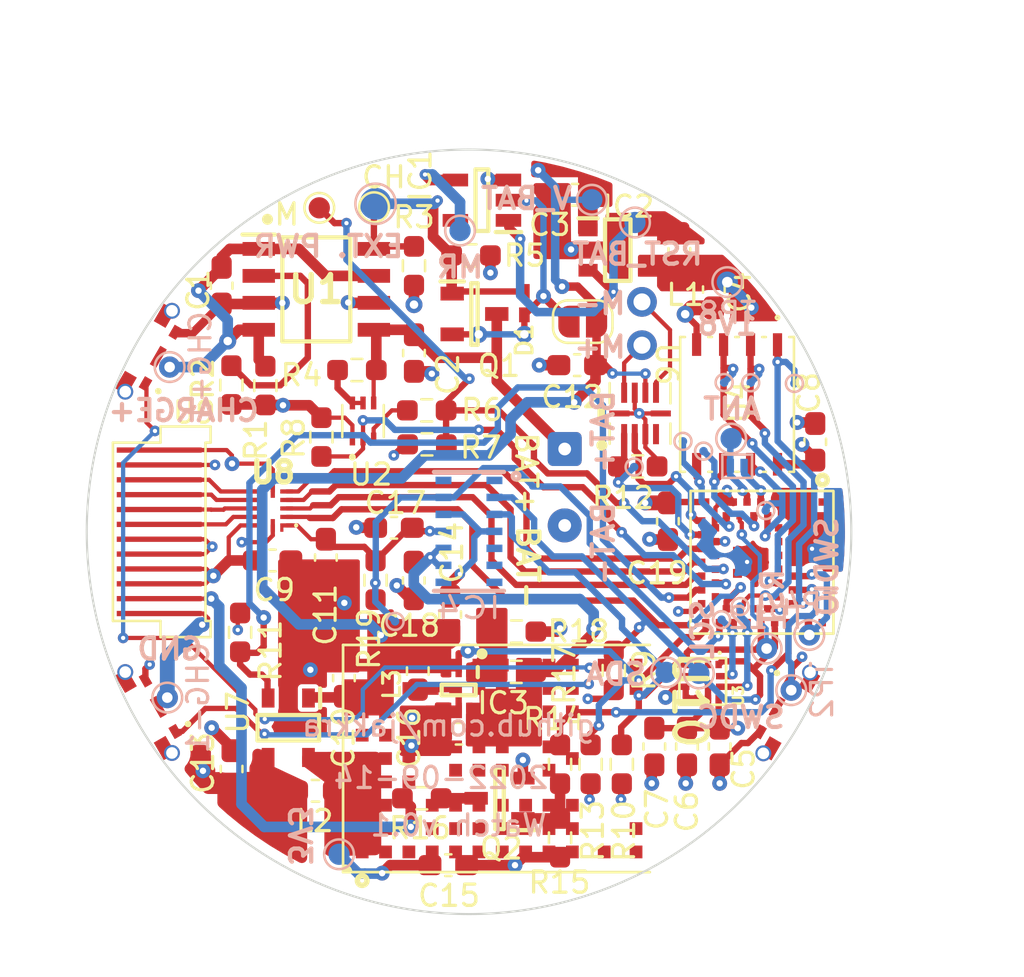
<source format=kicad_pcb>
(kicad_pcb (version 20211014) (generator pcbnew)
  (layers (0 "F.Cu" signal) (1 "In1.Cu" power "GND") (2 "In2.Cu" power "PWR") (31 "B.Cu" signal) (34 "B.Paste" user) (35 "F.Paste" user) (36 "B.SilkS" user "B.Silkscreen") (37 "F.SilkS" user "F.Silkscreen") (38 "B.Mask" user) (39 "F.Mask" user) (44 "Edge.Cuts" user))
  (net 0 "")
  (net 1 "VBUS")
  (net 2 "GND")
  (net 3 "V_BAT")
  (net 4 "+1V8")
  (net 5 "+BATT")
  (net 6 "DISPLAY_3V3")
  (net 7 "+5V")
  (net 8 "5V_REG_EN")
  (net 9 "SCL_ANNA")
  (net 10 "VDDA")
  (net 11 "/~{RESET_BAT_SUP}")
  (net 12 "/MR")
  (net 14 "SDA_ANNA")
  (net 21 "MAX30_INT")
  (net 23 "/ANT_INT")
  (net 24 "BAT_MON")
  (net 25 "BAT_MON_EN")
  (net 26 "DISPLAY_EN")
  (net 27 "DISPLAY_BLK")
  (net 28 "LEDK")
  (net 29 "DISPLAY_DATA")
  (net 30 "QSPI_2_WP")
  (net 31 "QSPI_3_RST")
  (net 32 "QSPI_CLK")
  (net 33 "QSPI_0_SO")
  (net 34 "DISPLAY_CS")
  (net 35 "DRV_VIB_PWM")
  (net 36 "QSPI_CS")
  (net 37 "QSPI_1_SO")
  (net 38 "DISPLAY_DC")
  (net 39 "DRV_VIB_EN")
  (net 40 "DISPLAY_CLK")
  (net 41 "INT2_LIS")
  (net 42 "INT1_LIS")
  (net 43 "CHG")
  (net 49 "/MOTOR_OUT+")
  (net 50 "/MOTOR_OUT-")
  (net 51 "/BASE_BLK")
  (net 52 "/COLLECTOR_BLK")
  (net 53 "/SELI")
  (net 54 "/DISPLAY_HIGH_SDA")
  (net 55 "/DISPLAY_HIGH_SCL")
  (net 56 "/DISPLAY_HIGH_CS")
  (net 57 "/DISPLAY_HIGH_DC")
  (net 58 "/PWR_B4_BRIDGE")
  (net 59 "/G2")
  (net 60 "/D2")
  (net 61 "/LX_3V3")
  (net 67 "/SW")
  (net 68 "/TPS_FB")
  (net 69 "SWDIO")
  (net 70 "SWDCLK")
  (net 71 "RESET_N")
  (net 72 "BTN_1")
  (net 77 "BTN_2")
  (net 78 "/LX_18")
  (net 79 "unconnected-(S2-PadMP1)")
  (net 84 "BTN_3")
  (net 88 "/ANT")
  (footprint "Resistor_SMD:R_0603_1608Metric_Pad0.98x0.95mm_HandSolder" (layer "F.Cu") (at 90.18 106.9525 -90)
    (fp_text reference "R14")
    (fp_text value "1k")
  )
  (footprint "Capacitor_SMD:C_0603_1608Metric_Pad1.08x0.95mm_HandSolder" (layer "F.Cu") (at 102.2 91.7625 90)
    (fp_text reference "C8")
    (fp_text value "0.1uF")
  )
  (footprint "TestPoint:TestPoint_Pad_D1.0mm" (layer "F.Cu") (at 78.84 80.74)
    (fp_text reference "TP3" hide)
    (fp_text value "BAT_MON")
  )
  (footprint "Resistor_SMD:R_0603_1608Metric_Pad0.98x0.95mm_HandSolder" (layer "F.Cu") (at 80.6125 88.38 180)
    (fp_text reference "R4")
    (fp_text value "1M0")
  )
  (footprint "Resistor_SMD:R_0603_1608Metric_Pad0.98x0.95mm_HandSolder" (layer "F.Cu") (at 83.9125 91.88 180)
    (fp_text reference "R7")
    (fp_text value "220k")
  )
  (footprint "Inductor_SMD:L_0603_1608Metric_Pad1.05x0.95mm_HandSolder" (layer "F.Cu") (at 95.8 82.81 -90)
    (fp_text reference "L1")
    (fp_text value "10uH")
  )
  (footprint "Resistor_SMD:R_0603_1608Metric_Pad0.98x0.95mm_HandSolder" (layer "F.Cu") (at 78.94 91.5375 -90)
    (fp_text reference "R8")
    (fp_text value "1M0")
  )
  (footprint "Capacitor_SMD:C_0603_1608Metric_Pad1.08x0.95mm_HandSolder" (layer "F.Cu") (at 74.71 107.1725 90)
    (fp_text reference "C13")
    (fp_text value "22uF")
  )
  (footprint "user_library:SOD523" (layer "F.Cu") (at 88.5 85.23 -90)
    (fp_text reference "D1")
    (fp_text value "1PS79SB30,135")
  )
  (footprint "Resistor_SMD:R_0603_1608Metric_Pad0.98x0.95mm_HandSolder" (layer "F.Cu") (at 88.13 100.7 180)
    (fp_text reference "R18")
    (fp_text value "100k")
  )
  (footprint "Capacitor_SMD:C_0603_1608Metric_Pad1.08x0.95mm_HandSolder" (layer "F.Cu") (at 97.425 84.5875 -90)
    (fp_text reference "C4")
    (fp_text value "22uF")
  )
  (footprint "Capacitor_SMD:C_0603_1608Metric_Pad1.08x0.95mm_HandSolder" (layer "F.Cu") (at 80 102.8875 90)
    (fp_text reference "C10")
    (fp_text value "10uF")
  )
  (footprint "SamacSys_Parts:HPA01164RUTR" (layer "F.Cu") (at 76.65 94.9 90)
    (fp_text reference "U8")
    (fp_text value "TXB0104QRUTRQ1" hide)
  )
  (footprint "Resistor_SMD:R_0603_1608Metric_Pad0.98x0.95mm_HandSolder" (layer "F.Cu") (at 74.7 89.0875 -90)
    (fp_text reference "R2")
    (fp_text value "10k")
  )
  (footprint "SamacSys_Parts:SOIC127P600X175-8N" (layer "F.Cu") (at 78.7 84.58)
    (fp_text reference "U1")
    (fp_text value "MAX1811ESA+" hide)
  )
  (footprint "Jumper:SolderJumper-2_P1.3mm_Open_RoundedPad1.0x1.5mm" (layer "F.Cu") (at 91.25 86.1)
    (fp_text reference "JP1" hide)
    (fp_text value "Power Circuit Connect")
  )
  (footprint "SamacSys_Parts:SOT95P280X130-5N" (layer "F.Cu") (at 92.9 82.73)
    (fp_text reference "IC2")
    (fp_text value "XC9265C181MR-G" hide)
  )
  (footprint "Resistor_SMD:R_0603_1608Metric_Pad0.98x0.95mm_HandSolder" (layer "F.Cu") (at 91.62 106.95 -90)
    (fp_text reference "R13")
    (fp_text value "100k")
  )
  (footprint "user_library:MX25R6435FZNIL0" (layer "F.Cu") (at 98.51885 90 -90)
    (fp_text reference "U4")
    (fp_text value "MX25R6435FZNIL0" hide)
  )
  (footprint "Connector_Wire:SolderWire-0.1sqmm_1x02_P3.6mm_D0.4mm_OD1mm" (layer "F.Cu") (at 90.4 92.1 -90)
    (fp_text reference "BT1" hide)
    (fp_text value "Battery pack")
  )
  (footprint "Capacitor_SMD:C_0603_1608Metric_Pad1.08x0.95mm_HandSolder" (layer "F.Cu") (at 95.262 95.5 -90)
    (fp_text reference "C19")
    (fp_text value "4.7uF")
  )
  (footprint "user_library:NORA_LGA82R_1430X1040X180_ANT" (layer "F.Cu") (at 86.36 106.68)
    (fp_text reference "U10")
    (fp_text value "0_NORA-B106" hide)
  )
  (footprint "Resistor_SMD:R_0603_1608Metric_Pad0.98x0.95mm_HandSolder" (layer "F.Cu") (at 81.49 98.2825 -90)
    (fp_text reference "R19")
    (fp_text value "4.7k")
  )
  (footprint "SamacSys_Parts:SOT96P240X110-3N" (layer "F.Cu") (at 86.15 85.74)
    (fp_text reference "Q1")
    (fp_text value "DMP2045U-7" hide)
  )
  (footprint "Inductor_SMD:L_0603_1608Metric_Pad1.05x0.95mm_HandSolder" (layer "F.Cu") (at 83.48 102.56 -90)
    (fp_text reference "L3")
    (fp_text value "1uH")
  )
  (footprint "SamacSys_Parts:EVPATAL1B000" (layer "F.Cu") (at 70.528934 104.669 -60)
    (fp_text reference "S1" hide)
    (fp_text value "EVP-ATAL1B000" hide)
  )
  (footprint "Resistor_SMD:R_0603_1608Metric_Pad0.98x0.95mm_HandSolder" (layer "F.Cu") (at 83.9 90.28)
    (fp_text reference "R6")
    (fp_text value "1M5")
  )
  (footprint "TestPoint:TestPoint_Pad_D1.0mm" (layer "F.Cu") (at 81.42 80.71)
    (fp_text reference "TP1" hide)
    (fp_text value "CHG")
  )
  (footprint "SamacSys_Parts:SOT95P280X145-5N" (layer "F.Cu") (at 86.5 80.38 180)
    (fp_text reference "IC1")
    (fp_text value "TLV840MAPL36DBVRQ1" hide)
  )
  (footprint "Resistor_SMD:R_0603_1608Metric_Pad0.98x0.95mm_HandSolder" (layer "F.Cu") (at 93.09 106.95 -90)
    (fp_text reference "R10")
    (fp_text value "4.7k")
  )
  (footprint "user_library:GC9A01_disp" (layer "F.Cu") (at 71.3 96 90)
    (fp_text reference "U9")
    (fp_text value "GC9A01")
  )
  (footprint "Inductor_SMD:L_0603_1608Metric_Pad1.05x0.95mm_HandSolder" (layer "F.Cu") (at 78.66 108.2 180)
    (fp_text reference "L2")
    (fp_text value "10uH")
  )
  (footprint "user_library:DMC2400UV-7" (layer "F.Cu") (at 80.9 90.78 90)
    (fp_text reference "U2")
    (fp_text value "DMC2400UV-7" hide)
  )
  (footprint "Resistor_SMD:R_0603_1608Metric_Pad0.98x0.95mm_HandSolder" (layer "F.Cu") (at 92.71 102.53 -90)
    (fp_text reference "R9")
    (fp_text value "4.7k")
  )
  (footprint "Capacitor_SMD:C_0603_1608Metric_Pad1.08x0.95mm_HandSolder" (layer "F.Cu") (at 76.6375 97.35 180)
    (fp_text reference "C9")
    (fp_text value "0.1uF")
  )
  (footprint "Resistor_SMD:R_0603_1608Metric_Pad0.98x0.95mm_HandSolder" (layer "F.Cu") (at 90.18 110.415 -90)
    (fp_text reference "R15")
    (fp_text value "10k")
  )
  (footprint "user_library:TestPoint_2Pads_Pitch2.54mm_Drill0.8mm" (layer "F.Cu") (at 94.04 87.21 90)
    (fp_text reference "M1" hide)
    (fp_text value "Vibrator DC Motor")
  )
  (footprint "Capacitor_SMD:C_0603_1608Metric_Pad1.08x0.95mm_HandSolder" (layer "F.Cu") (at 83.29 98.2925 -90)
    (fp_text reference "C18")
    (fp_text value "1uF")
  )
  (footprint "SamacSys_Parts:SOT95P280X130-5N" (layer "F.Cu") (at 77.38 105.23 -90)
    (fp_text reference "U7")
    (fp_text value "XC9265A331MR-G" hide)
  )
  (footprint "Capacitor_SMD:C_0603_1608Metric_Pad1.08x0.95mm_HandSolder" (layer "F.Cu") (at 85.4175 105.51 180)
    (fp_text reference "C16")
    (fp_text value "47uF")
  )
  (footprint "SamacSys_Parts:EVPATAL1B000" (layer "F.Cu") (at 70.528934 87.338244 -120)
    (fp_text reference "S3" hide)
    (fp_text value "EVP-ATAL1B000" hide)
  )
  (footprint "Resistor_SMD:R_0603_1608Metric_Pad0.98x0.95mm_HandSolder" (layer "F.Cu") (at 85.9875 82.98)
    (fp_text reference "R5")
    (fp_text value "10k")
  )
  (footprint "Capacitor_SMD:C_0603_1608Metric_Pad1.08x0.95mm_HandSolder" (layer "F.Cu") (at 96.16 106.1125 90)
    (fp_text reference "C6")
    (fp_text value "10uF")
  )
  (footprint "Capacitor_SMD:C_0603_1608Metric_Pad1.08x0.95mm_HandSolder" (layer "F.Cu") (at 74.24 84.4075 -90)
    (fp_text reference "C1")
    (fp_text value "4.7uF")
  )
  (footprint "user_library:DRV2603RUNT" (layer "F.Cu") (at 93.95 90.425001 90)
    (fp_text reference "U6")
    (fp_text value "DRV2603RUNT" hide)
  )
  (footprint "Resistor_SMD:R_0603_1608Metric_Pad0.98x0.95mm_HandSolder" (layer "F.Cu") (at 76.3 89.1125 -90)
    (fp_text reference "R1")
    (fp_text value "10k")
  )
  (footprint "Capacitor_SMD:C_0603_1608Metric_Pad1.08x0.95mm_HandSolder" (layer "F.Cu") (at 94.62 106.1125 -90)
    (fp_text reference "C7")
    (fp_text value "100nF")
  )
  (footprint "Capacitor_SMD:C_0603_1608Metric_Pad1.08x0.95mm_HandSolder" (layer "F.Cu") (at 85.005 99.8975 90)
    (fp_text reference "C14")
    (fp_text value "10uF")
  )
  (footprint "Resistor_SMD:R_0603_1608Metric_Pad0.98x0.95mm_HandSolder" (layer "F.Cu") (at 75.11 100.7375 90)
    (fp_text reference "R11")
    (fp_text value "100k")
  )
  (footprint "Resistor_SMD:R_0603_1608Metric_Pad0.98x0.95mm_HandSolder" (layer "F.Cu") (at 88.1175 102.5975)
    (fp_text reference "R17")
    (fp_text value "732k")
  )
  (footprint "SamacSys_Parts:SOTFL50P160X60-6N" (layer "F.Cu") (at 85.405 103.448 -90)
    (fp_text reference "IC3")
    (fp_text value "TPS61023DRLT" hide)
  )
  (footprint "Resistor_SMD:R_0603_1608Metric_Pad0.98x0.95mm_HandSolder" (layer "F.Cu") (at 83.3 83.4675 -90)
    (fp_text reference "R3")
    (fp_text value "10k")
  )
  (footprint "Capacitor_SMD:C_0603_1608Metric_Pad1.08x0.95mm_HandSolder" (layer "F.Cu") (at 84.9175 111.7025)
    (fp_text reference "C15")
    (fp_text value "1uF")
  )
  (footprint "SamacSys_Parts:SOT95P240X115-3N" (layer "F.Cu") (at 87.33 108.5525 180)
    (fp_text reference "Q2")
    (fp_text value "SS8050-G" hide)
  )
  (footprint "Resistor_SMD:R_0603_1608Metric_Pad0.98x0.95mm_HandSolder" (layer "F.Cu") (at 83.6675 108.5525 180)
    (fp_text reference "R16")
    (fp_text value "110")
  )
  (footprint "Capacitor_SMD:C_0603_1608Metric_Pad1.08x0.95mm_HandSolder" (layer "F.Cu") (at 82.3575 95.81)
    (fp_text reference "C17")
    (fp_text value "1uF")
  )
  (footprint "Capacitor_SMD:C_0603_1608Metric_Pad1.08x0.95mm_HandSolder" (layer "F.Cu") (at 97.7 106.1125 90)
    (fp_text reference "C5")
    (fp_text value "100nF")
  )
  (footprint "SamacSys_Parts:EVPATAL1B000" (layer "F.Cu") (at 101.127681 104.686004 60)
    (fp_text reference "S2" hide)
    (fp_text value "EVP-ATAL1B000" hide)
  )
  (footprint "user_library:LIS2DS12TR" (layer "F.Cu") (at 96.9 103.05 -90)
    (fp_text reference "U3")
    (fp_text value "LIS2DS12TR")
  )
  (footprint "Resistor_SMD:R_0603_1608Metric_Pad0.98x0.95mm_HandSolder" (layer "F.Cu") (at 93.8375 92.92)
    (fp_text reference "R12")
    (fp_text value "100k")
  )
  (footprint "user_library:ANNA-B402_altium_import" (layer "F.Cu") (at 107.309 97.436499 -90)
    (fp_text reference "U5" hide)
    (fp_text value "u-blox ANNA-B402")
  )
  (footprint "Capacitor_SMD:C_0603_1608Metric_Pad1.08x0.95mm_HandSolder" (layer "F.Cu") (at 90.8875 80.125 180)
    (fp_text reference "C3")
    (fp_text value "10uF")
  )
  (footprint "Capacitor_SMD:C_0603_1608Metric_Pad1.08x0.95mm_HandSolder" (layer "F.Cu") (at 90.9875 88.15)
    (fp_text reference "C12")
    (fp_text value "0.1uF")
  )
  (footprint "Capacitor_SMD:C_0603_1608Metric_Pad1.08x0.95mm_HandSolder" (layer "F.Cu") (at 79.15 97.2125 90)
    (fp_text reference "C11")
    (fp_text value "0.1uF")
  )
  (footprint "Capacitor_SMD:C_0603_1608Metric_Pad1.08x0.95mm_HandSolder" (layer "F.Cu") (at 83.3 87.58 90)
    (fp_text reference "C2")
    (fp_text value "2.2uF")
  )
  (footprint "user_library:TestPoint_Pad_D0.4mm" (layer "B.Cu") (at 97.79 100.14 180)
    (fp_text reference "TP17" hide)
    (fp_text value "MR")
  )
  (footprint "TestPoint:TestPoint_THTPad_D1.0mm_Drill0.5mm" (layer "B.Cu") (at 101.07 103.46 90)
    (fp_text reference "TP2")
    (fp_text value "MR")
  )
  (footprint "TestPoint:TestPoint_THTPad_D1.0mm_Drill0.5mm" (layer "B.Cu") (at 101.92 100.86 180)
    (fp_text reference "TP4")
    (fp_text value "MR")
  )
  (footprint "Jumper:SolderJumper-2_P1.3mm_Open_Pad1.0x1.5mm" (layer "B.Cu") (at 98.525 92.4625 180)
    (fp_text reference "JP2" hide)
    (fp_text value "Antenna short")
  )
  (footprint "TestPoint:TestPoint_Pad_D1.0mm" (layer "B.Cu") (at 93.71 81.43 180)
    (fp_text reference "TP7" hide)
    (fp_text value "RESET")
  )
  (footprint "TestPoint:TestPoint_Pad_D1.0mm" (layer "B.Cu") (at 98.24 91.61 180)
    (fp_text reference "TP13" hide)
    (fp_text value "MR")
  )
  (footprint "TestPoint:TestPoint_Pad_D1.0mm" (layer "B.Cu") (at 79.77 111.19 180)
    (fp_text reference "TP11" hide)
    (fp_text value "MR")
  )
  (footprint "TestPoint:TestPoint_THTPad_D1.0mm_Drill0.5mm" (layer "B.Cu") (at 98.06 84.24)
    (fp_text reference "TP8")
    (fp_text value "1V8")
  )
  (footprint "user_library:TestPoint_Pad_D0.4mm" (layer "B.Cu") (at 93.67 92.95 180)
    (fp_text reference "TP22" hide)
    (fp_text value "MR")
  )
  (footprint "TestPoint:TestPoint_Pad_D1.5mm" (layer "B.Cu") (at 81.49 80.55 180)
    (fp_text reference "EXT_VIN1" hide)
    (fp_text value "Conn_01x01_Male")
  )
  (footprint "TestPoint:TestPoint_THTPad_D1.0mm_Drill0.5mm" (layer "B.Cu") (at 71.68 103.81 90)
    (fp_text reference "CHG-1")
    (fp_text value "Conn_01x01_Male")
  )
  (footprint "user_library:TestPoint_Pad_D0.4mm" (layer "B.Cu") (at 99.87 95 180)
    (fp_text reference "TP21" hide)
    (fp_text value "MR")
  )
  (footprint "TestPoint:TestPoint_Pad_D1.0mm" (layer "B.Cu") (at 91.68 80.36)
    (fp_text reference "TP5" hide)
    (fp_text value "V_BAT")
  )
  (footprint "user_library:TestPoint_Pad_D0.4mm" (layer "B.Cu") (at 98.66 99.52 180)
    (fp_text reference "TP15" hide)
    (fp_text value "MR")
  )
  (footprint "TestPoint:TestPoint_Pad_D1.0mm" (layer "B.Cu") (at 85.47 81.81 180)
    (fp_text reference "TP6" hide)
    (fp_text value "MR")
  )
  (footprint "user_library:TestPoint_Pad_D0.4mm" (layer "B.Cu") (at 101.22 89.01 180)
    (fp_text reference "TP20" hide)
    (fp_text value "MR")
  )
  (footprint "user_library:TestPoint_Pad_D0.4mm" (layer "B.Cu") (at 82.41 100.22 180)
    (fp_text reference "TP23" hide)
    (fp_text value "MR")
  )
  (footprint "TestPoint:TestPoint_THTPad_D1.0mm_Drill0.5mm" (layer "B.Cu") (at 71.79 88.24 90)
    (fp_text reference "CHG+1")
    (fp_text value "Conn_01x01_Male")
  )
  (footprint "user_library:TestPoint_Pad_D0.4mm" (layer "B.Cu") (at 97.91 88.97 180)
    (fp_text reference "TP18" hide)
    (fp_text value "MR")
  )
  (footprint "user_library:TestPoint_Pad_D0.4mm" (layer "B.Cu") (at 96.94 92.2 180)
    (fp_text reference "TP19" hide)
    (fp_text value "MR")
  )
  (footprint "TestPoint:TestPoint_Pad_D1.0mm" (layer "B.Cu") (at 96.72 102.67 180)
    (fp_text reference "TP9" hide)
    (fp_text value "MR")
  )
  (footprint "TestPoint:TestPoint_THTPad_D1.0mm_Drill0.5mm" (layer "B.Cu") (at 99.91 101.5 180)
    (fp_text reference "TP12")
    (fp_text value "MR")
  )
  (footprint "SamacSys_Parts:14-LEAD-OESIP" (layer "B.Cu") (at 85.89 95.98 180)
    (fp_text reference "IC4")
    (fp_text value "MAX30101EFD+T" hide)
  )
  (footprint "user_library:TestPoint_Pad_D0.4mm" (layer "B.Cu") (at 95.97 91.74 180)
    (fp_text reference "TP16" hide)
    (fp_text value "MR")
  )
  (footprint "user_library:TestPoint_Pad_D0.4mm" (layer "B.Cu") (at 99.16 88.98 180)
    (fp_text reference "TP14" hide)
    (fp_text value "MR")
  )
  (footprint "TestPoint:TestPoint_Pad_D1.0mm" (layer "B.Cu") (at 95.18 102.62 180)
    (fp_text reference "TP10" hide)
    (fp_text value "MR")
  )
  (gr_circle (center 85.893057 96) (end 99.993057 107.2) (layer "Edge.Cuts") (width 0.1) (fill none))
  (gr_text "2022-09-14" (at 84.57 107.59) (layer "B.SilkS") (effects (font (size 1 1) (thickness 0.154)) (justify mirror)))
  (gr_text "ANT" (at 98.28 90.22) (layer "B.SilkS") (effects (font (size 1 1) (thickness 0.2)) (justify mirror)))
  (gr_text "BAT-" (at 92.22 96.56 90) (layer "B.SilkS") (effects (font (size 1 1) (thickness 0.2)) (justify mirror)))
  (gr_text "V_BAT" (at 88.6 80.3) (layer "B.SilkS") (effects (font (size 1 1) (thickness 0.2)) (justify mirror)))
  (gr_text "Watch v0.1" (at 85.4 109.83) (layer "B.SilkS") (effects (font (size 1 1) (thickness 0.154)) (justify mirror)))
  (gr_text "RST_BAT" (at 93.83 82.92) (layer "B.SilkS") (effects (font (size 1 1) (thickness 0.2)) (justify mirror)))
  (gr_text "MR" (at 85.47 83.53) (layer "B.SilkS") (effects (font (size 1 1) (thickness 0.2)) (justify mirror)))
  (gr_text "SWDC" (at 98.7 104.74) (layer "B.SilkS") (effects (font (size 1 1) (thickness 0.2)) (justify mirror)))
  (gr_text "SDA" (at 92.8 102.71) (layer "B.SilkS") (effects (font (size 1 1) (thickness 0.2)) (justify mirror)))
  (gr_text "M-" (at 92.05 85.25) (layer "B.SilkS") (effects (font (size 1 1) (thickness 0.2)) (justify mirror)))
  (gr_text "CHARGE+" (at 72.45 90.29) (layer "B.SilkS") (effects (font (size 1 1) (thickness 0.2)) (justify mirror)))
  (gr_text "SCL" (at 96.89 100.6 90) (layer "B.SilkS") (effects (font (size 1 1) (thickness 0.2)) (justify mirror)))
  (gr_text "1V8" (at 98.05 86.22) (layer "B.SilkS") (effects (font (size 1 1) (thickness 0.2)) (justify mirror)))
  (gr_text "BAT+" (at 92.21 91.29 90) (layer "B.SilkS") (effects (font (size 1 1) (thickness 0.2)) (justify mirror)))
  (gr_text "SWDIO" (at 102.75 97.65 90) (layer "B.SilkS") (effects (font (size 1 1) (thickness 0.2)) (justify mirror)))
  (gr_text "M+" (at 92.06 87.3) (layer "B.SilkS") (effects (font (size 1 1) (thickness 0.2)) (justify mirror)))
  (gr_text "3V3" (at 77.91 110.3 270) (layer "B.SilkS") (effects (font (size 1 1) (thickness 0.2)) (justify mirror)))
  (gr_text "GND" (at 71.81 101.52) (layer "B.SilkS") (effects (font (size 1 1) (thickness 0.2)) (justify mirror)))
  (gr_text "EXT. PWR" (at 79.28 82.56) (layer "B.SilkS") (effects (font (size 1 1) (thickness 0.2)) (justify mirror)))
  (gr_text "RST" (at 100.19 99.13 90) (layer "B.SilkS") (effects (font (size 1 1) (thickness 0.2)) (justify mirror)))
  (gr_text "github.com/jakkra" (at 84.93 105.12) (layer "B.SilkS") (effects (font (size 1 1) (thickness 0.154)) (justify mirror)))
  (gr_text "BAT+" (at 88.59 93.26 -90) (layer "F.SilkS") (effects (font (size 1 1) (thickness 0.154))))
  (gr_text "BAT-" (at 88.66 97.68 -90) (layer "F.SilkS") (effects (font (size 1 1) (thickness 0.2))))
  (gr_text "CH" (at 81.88 79.3) (layer "F.SilkS") (effects (font (size 1 1) (thickness 0.154))))
  (gr_text "M" (at 77.31 81.05) (layer "F.SilkS") (effects (font (size 1 1) (thickness 0.154))))
  (segment (start 75.988 86.485) (end 75.057091 86.485) (width 0.5) (layer "F.Cu") (net 1))
  (segment (start 73.15 84.64) (end 73.15 84.635) (width 0.5) (layer "F.Cu") (net 1))
  (segment (start 79.155 83.945) (end 81.412 83.945) (width 0.5) (layer "F.Cu") (net 1))
  (segment (start 75.988 86.485) (end 75.988 87.888) (width 0.5) (layer "F.Cu") (net 1))
  (segment (start 75.988 82.675) (end 77.875 82.675) (width 0.5) (layer "F.Cu") (net 1))
  (segment (start 79.15 83.95) (end 79.155 83.945) (width 0.5) (layer "F.Cu") (net 1))
  (segment (start 74.24 83.545) (end 74.24 83.06) (width 0.5) (layer "F.Cu") (net 1))
  (segment (start 74.625 82.675) (end 75.988 82.675) (width 0.5) (layer "F.Cu") (net 1))
  (segment (start 73.15 84.635) (end 74.24 83.545) (width 0.5) (layer "F.Cu") (net 1))
  (segment (start 75.988 87.888) (end 76.3 88.2) (width 0.5) (layer "F.Cu") (net 1))
  (segment (start 77.875 82.675) (end 79.15 83.95) (width 0.5) (layer "F.Cu") (net 1))
  (segment (start 74.24 83.06) (end 74.625 82.675) (width 0.5) (layer "F.Cu") (net 1))
  (segment (start 75.057091 86.485) (end 74.526771 87.01532) (width 0.5) (layer "F.Cu") (net 1))
  (via (at 73.15 84.64) (size 0.7) (drill 0.3) (layers "F.Cu" "B.Cu") (net 1))
  (via (at 74.526771 87.01532) (size 0.8) (drill 0.4) (layers "F.Cu" "B.Cu") (net 1))
  (segment (start 74.526771 87.01532) (end 74.526771 86.016771) (width 0.5) (layer "B.Cu") (net 1))
  (segment (start 73.302091 88.24) (end 74.526771 87.01532) (width 0.5) (layer "B.Cu") (net 1))
  (segment (start 74.526771 86.016771) (end 73.15 84.64) (width 0.5) (layer "B.Cu") (net 1))
  (segment (start 71.79 88.24) (end 73.302091 88.24) (width 0.5) (layer "B.Cu") (net 1))
  (segment (start 101.88 94.597497) (end 100.938 94.597497) (width 0.3) (layer "F.Cu") (net 2))
  (segment (start 101.125 96.787499) (end 101.125 97.4375) (width 0.3) (layer "F.Cu") (net 2))
  (segment (start 96.1 103.8) (end 96.15 103.85) (width 0.3) (layer "F.Cu") (net 2))
  (segment (start 74.24 85.27) (end 75.933 85.27) (width 0.5) (layer "F.Cu") (net 2))
  (segment (start 75.933 85.27) (end 75.988 85.215) (width 0.5) (layer "F.Cu") (net 2))
  (segment (start 83.3 88.4425) (end 84.026919 88.4425) (width 0.5) (layer "F.Cu") (net 2))
  (segment (start 86.83 79.43) (end 86.78 79.38) (width 0.5) (layer "F.Cu") (net 2))
  (segment (start 73.6 100.1005) (end 73.3255 100.375) (width 0.2) (layer "F.Cu") (net 2))
  (segment (start 93.7 90.21) (end 93.91 90.42) (width 0.2) (layer "F.Cu") (net 2))
  (segment (start 96.1 103.3) (end 95.65 103.3) (width 0.3) (layer "F.Cu") (net 2))
  (segment (start 90.18 111.3275) (end 88.4325 111.3275) (width 0.5) (layer "F.Cu") (net 2))
  (segment (start 101.125 96.787499) (end 102.037499 96.787499) (width 0.3) (layer "F.Cu") (net 2))
  (segment (start 77.115 90.025) (end 77.13 90.04) (width 0.5) (layer "F.Cu") (net 2))
  (segment (start 95.262 96.3625) (end 94.4125 96.3625) (width 0.5) (layer "F.Cu") (net 2))
  (segment (start 70.648727 102.451273) (end 70.85 102.25) (width 0.3) (layer "F.Cu") (net 2))
  (segment (start 84.026919 88.4425) (end 84.140703 88.556284) (width 0.5) (layer "F.Cu") (net 2))
  (segment (start 85.457793 97.986447) (end 85.005 98.43924) (width 0.5) (layer "F.Cu") (net 2))
  (segment (start 100.938 94.597497) (end 100.288 94.597497) (width 0.3) (layer "F.Cu") (net 2))
  (segment (start 74.71 106.31) (end 74.71 106.17) (width 0.5) (layer "F.Cu") (net 2))
  (segment (start 80.400001 90.980001) (end 80.400001 91.6285) (width 0.2) (layer "F.Cu") (net 2))
  (segment (start 73.375 99.85) (end 73.6 100.075) (width 0.2) (layer "F.Cu") (net 2))
  (segment (start 73.6 100.075) (end 73.6 100.1005) (width 0.2) (layer "F.Cu") (net 2))
  (segment (start 94.5 106.975) (end 94.5 107.85) (width 0.5) (layer "F.Cu") (net 2))
  (segment (start 99.69661 105.28768) (end 99.03429 105.95) (width 0.3) (layer "F.Cu") (net 2))
  (segment (start 86.9 82.98) (end 86.9 83.8) (width 0.5) (layer "F.Cu") (net 2))
  (segment (start 80.045 90.625) (end 80.400001 90.980001) (width 0.2) (layer "F.Cu") (net 2))
  (segment (start 93.915001 90.425001) (end 93.91 90.42) (width 0.2) (layer "F.Cu") (net 2))
  (segment (start 88.0575 111.7025) (end 85.78 111.7025) (width 0.5) (layer "F.Cu") (net 2))
  (segment (start 101.125 96.1375) (end 101.125 96.787499) (width 0.3) (layer "F.Cu") (net 2))
  (segment (start 94.924999 90.425001) (end 93.915001 90.425001) (width 0.2) (layer "F.Cu") (net 2))
  (segment (start 88.43 107.6025) (end 88.43 106.75) (width 0.5) (layer "F.Cu") (net 2))
  (segment (start 99.03429 105.95) (end 98.725 105.95) (width 0.3) (layer "F.Cu") (net 2))
  (segment (start 72.098727 86.644564) (end 72.865436 86.644564) (width 0.4) (layer "F.Cu") (net 2))
  (segment (start 94.2 91.4) (end 94.2 92.023604) (width 0.2) (layer "F.Cu") (net 2))
  (segment (start 94.2 91.4) (end 94.2 90.71) (width 0.2) (layer "F.Cu") (net 2))
  (segment (start 82.491416 98.528271) (end 83.118145 99.155) (width 0.5) (layer "F.Cu") (net 2))
  (segment (start 96.375 85.45) (end 96.075 85.75) (width 0.7) (layer "F.Cu") (net 2))
  (segment (start 90.03 100.7) (end 89.245 100.7) (width 0.5) (layer "F.Cu") (net 2))
  (segment (start 78.94 90.625) (end 80.045 90.625) (width 0.2) (layer "F.Cu") (net 2))
  (segment (start 97.688 94.672) (end 97.688 94.597497) (width 0.2) (layer "F.Cu") (net 2))
  (segment (start 94.2 90.71) (end 93.91 90.42) (width 0.2) (layer "F.Cu") (net 2))
  (segment (start 74.7 90) (end 76.275 90) (width 0.5) (layer "F.Cu") (net 2))
  (segment (start 96.1 103.3) (end 96.1 103.8) (width 0.3) (layer "F.Cu") (net 2))
  (segment (start 82.8695 91.88) (end 82.35 92.3995) (width 0.3) (layer "F.Cu") (net 2))
  (segment (start 98.338 94.597497) (end 97.688 94.597497) (width 0.3) (layer "F.Cu") (net 2))
  (segment (start 75 99.875) (end 75 100.625) (width 0.2) (layer "F.Cu") (net 2))
  (segment (start 81.412 85.215) (end 80.215 85.215) (width 0.5) (layer "F.Cu") (net 2))
  (segment (start 101.125 95.487499) (end 101.125 94.784497) (width 0.3) (layer "F.Cu") (net 2))
  (segment (start 74.725 92.4) (end 74.475 92.15) (width 0.2) (layer "F.Cu") (net 2))
  (segment (start 73.45 96.35) (end 73.8 96.7) (width 0.2) (layer "F.Cu") (net 2))
  (segment (start 97.5 95.812497) (end 97.5 94.86) (width 0.2) (layer "F.Cu") (net 2))
  (segment (start 101.35 90.85) (end 102.15 90.85) (width 0.5) (layer "F.Cu") (net 2))
  (segment (start 94.4125 96.3625) (end 94.4 96.35) (width 0.5) (layer "F.Cu") (net 2))
  (segment (start 93.904999 90.425001) (end 93.91 90.42) (width 0.2) (layer "F.Cu") (net 2))
  (segment (start 96.61385 87.1806) (end 96.61385 86.28885) (width 0.3) (layer "F.Cu") (net 2))
  (segment (start 101.125 94.784497) (end 100.938 94.597497) (width 0.3) (layer "F.Cu") (net 2))
  (segment (start 76.65 93.07) (end 76.37 92.79) (width 0.2) (layer "F.Cu") (net 2))
  (segment (start 78.355 90.04) (end 78.94 90.625) (width 0.5) (layer "F.Cu") (net 2))
  (segment (start 87.75 79.43) (end 86.83 79.43) (width 0.5) (layer "F.Cu") (net 2))
  (segment (start 102.037499 96.787499) (end 102.05 96.8) (width 0.3) (layer "F.Cu") (net 2))
  (segment (start 83.118145 99.155) (end 83.29 99.155) (width 0.5) (layer "F.Cu") (net 2))
  (segment (start 101.125 95.487499) (end 101.125 96.1375) (width 0.3) (layer "F.Cu") (net 2))
  (segment (start 95.65 103.3) (end 95.15 103.8) (width 0.3) (layer "F.Cu") (net 2))
  (segment (start 94.2 92.023604) (end 94.75 92.573604) (width 0.2) (layer "F.Cu") (net 2))
  (segment (start 91.6 107.8625) (end 91.6 108.58) (width 0.3) (layer "F.Cu") (net 2))
  (segment (start 88.4325 111.3275) (end 88.0575 111.7025) (width 0.5) (layer "F.Cu") (net 2))
  (segment (start 93.7 89.450002) (end 93.7 90.21) (width 0.2) (layer "F.Cu") (net 2))
  (segment (start 76.275 90) (end 76.3 90.025) (width 0.5) (layer "F.Cu") (net 2))
  (segment (start 76.3 90.025) (end 77.115 90.025) (width 0.5) (layer "F.Cu") (net 2))
  (segment (start 91.6 108.58) (end 91.57 108.61) (width 0.3) (layer "F.Cu") (net 2))
  (segment (start 80.6 95.81) (end 80.58 95.79) (width 0.5) (layer "F.Cu") (net 2))
  (segment (start 96.61385 86.28885) (end 96.075 85.75) (width 0.3) (layer "F.Cu") (net 2))
  (segment (start 98.04927 94.034735) (end 98.04927 94.236227) (width 0.3) (layer "F.Cu") (net 2))
  (segment (start 90.18 100.55) (end 90.03 100.7) (width 0.5) (layer "F.Cu") (net 2))
  (segment (start 71.3 97.05) (end 73.45 97.05) (width 0.2) (layer "F.Cu") (net 2))
  (segment (start 92.975001 90.425001) (end 93.904999 90.425001) (width 0.2) (layer "F.Cu") (net 2))
  (segment (start 74.73 92.79) (end 74.725 92.785) (width 0.2) (layer "F.Cu") (net 2))
  (segment (start 98.04927 94.236227) (end 97.688 94.597497) (width 0.3) (layer "F.Cu") (net 2))
  (segment (start 73.45 97.05) (end 73.8 96.7) (width 0.2) (layer "F.Cu") (net 2))
  (segment (start 71.3 99.85) (end 73.375 99.85) (width 0.2) (layer "F.Cu") (net 2))
  (segment (start 77.095 85.215) (end 77.1 85.22) (width 0.5) (layer "F.Cu") (net 2))
  (segment (start 94.75 92.573604) (end 94.75 92.92) (width 0.2) (layer "F.Cu") (net 2))
  (segment (start 98.725 105.95) (end 97.7 106.975) (width 0.3) (layer "F.Cu") (net 2))
  (segment (start 70.648727 102.980564) (end 70.648727 102.451273) (width 0.3) (layer "F.Cu") (net 2))
  (segment (start 71.3 96.35) (end 73.45 96.35) (width 0.2) (layer "F.Cu") (net 2))
  (segment (start 72.865436 86.644564) (end 74.24 85.27) (width 0.4) (layer "F.Cu") (net 2))
  (segment (start 76.65 94.1) (end 76.65 93.07) (width 0.2) (layer "F.Cu") (net 2))
  (segment (start 76.37 92.79) (end 74.73 92.79) (width 0.2) (layer "F.Cu") (net 2))
  (segment (start 74.725 92.785) (end 74.725 92.4) (width 0.2) (layer "F.Cu") (net 2))
  (segment (start 96.1 106.975) (end 96.1 107.85) (width 0.5) (layer "F.Cu") (net 2))
  (segment (start 81.495 95.81) (end 80.6 95.81) (width 0.5) (layer "F.Cu") (net 2))
  (segment (start 102.15 90.85) (end 102.2 90.9) (width 0.5) (layer "F.Cu") (net 2))
  (segment (start 77.13 90.04) (end 78.355 90.04) (width 0.5) (layer "F.Cu") (net 2))
  (segment (start 74.71 106.17) (end 73.77 105.23) (width 0.5) (layer "F.Cu") (net 2))
  (segment (start 97.5 94.86) (end 97.688 94.672) (width 0.2) (layer "F.Cu") (net 2))
  (segment (start 74.475 92.15) (end 71.3 92.15) (width 0.2) (layer "F.Cu") (net 2))
  (segment (start 97.7 106.975) (end 97.7 107.85) (width 0.5) (layer "F.Cu") (net 2))
  (segment (start 97.425 85.45) (end 96.375 85.45) (width 0.7) (layer "F.Cu") (net 2))
  (segment (start 75.988 85.215) (end 77.095 85.215) (width 0.5) (layer "F.Cu") (net 2))
  (segment (start 83 91.88) (end 82.8695 91.88) (width 0.3) (layer "F.Cu") (net 2))
  (segment (start 85.005 98.43924) (end 85.005 99.035) (width 0.5) (layer "F.Cu") (net 2))
  (segment (start 96.65 103.85) (end 96.15 103.85) (width 0.3) (layer "F.Cu") (net 2))
  (segment (start 90.125 88.15) (end 89.2 88.15) (width 0.5) (layer "F.Cu") (net 2))
  (segment (start 80.215 85.215) (end 80.2 85.2) (width 0.5) (layer "F.Cu") (net 2))
  (via (at 84.140703 88.556284) (size 0.7) (drill 0.3) (layers "F.Cu" "B.Cu") (net 2))
  (via (at 73.77 105.23) (size 0.7) (drill 0.3) (layers "F.Cu" "B.Cu") (net 2))
  (via (at 74.73 92.79) (size 0.7) (drill 0.3) (layers "F.Cu" "B.Cu") (net 2))
  (via (at 96.075 85.75) (size 0.8) (drill 0.4) (layers "F.Cu" "B.Cu") (net 2))
  (via (at 102.05 96.8) (size 0.47) (drill 0.2) (layers "F.Cu" "B.Cu") (net 2))
  (via (at 82.35 92.3995) (size 0.5) (drill 0.2) (layers "F.Cu" "B.Cu") (net 2))
  (via (at 82.491416 98.528271) (size 0.7) (drill 0.3) (layers "F.Cu" "B.Cu") (net 2))
  (via (at 86.78 79.38) (size 0.7) (drill 0.3) (layers "F.Cu" "B.Cu") (net 2))
  (via (at 94.4 96.35) (size 0.7) (drill 0.3) (layers "F.Cu" "B.Cu") (net 2))
  (via (at 80.2 85.2) (size 0.7) (drill 0.3) (layers "F.Cu" "B.Cu") (net 2))
  (via (at 80.02 99.35) (size 0.7) (drill 0.3) (layers "F.Cu" "B.Cu") (net 2))
  (via (at 73.3255 100.375) (size 0.7) (drill 0.3) (layers "F.Cu" "B.Cu") (net 2))
  (via (at 77.1 85.22) (size 0.7) (drill 0.3) (layers "F.Cu" "B.Cu") (net 2))
  (via (at 89.2 88.15) (size 0.7) (drill 0.3) (layers "F.Cu" "B.Cu") (net 2))
  (via (at 90.18 100.55) (size 0.7) (drill 0.3) (layers "F.Cu" "B.Cu") (net 2))
  (via (at 70.85 102.25) (size 0.5) (drill 0.2) (layers "F.Cu" "B.Cu") (net 2))
  (via (at 96.1 107.85) (size 0.7) (drill 0.3) (layers "F.Cu" "B.Cu") (net 2))
  (via (at 93.91 90.42) (size 0.5) (drill 0.2) (layers "F.Cu" "B.Cu") (net 2))
  (via (at 101.35 90.85) (size 0.7) (drill 0.3) (layers "F.Cu" "B.Cu") (net 2))
  (via (at 91.57 108.61) (size 0.5) (drill 0.2) (layers "F.Cu" "B.Cu") (net 2))
  (via (at 83.21 104.76) (size 0.7) (drill 0.3) (layers "F.Cu" "B.Cu") (net 2))
  (via (at 83.18 106.07) (size 0.7) (drill 0.3) (layers "F.Cu" "B.Cu") (net 2))
  (via (at 98.04927 94.034735) (size 0.5) (drill 0.2) (layers "F.Cu" "B.Cu") (net 2))
  (via (at 75 100.625) (size 0.5) (drill 0.2) (layers "F.Cu" "B.Cu") (net 2))
  (via (at 86.9 83.8) (size 0.7) (drill 0.3) (layers "F.Cu" "B.Cu") (net 2))
  (via (at 90.6995 82.7) (size 0.7) (drill 0.3) (layers "F.Cu" "B.Cu") (net 2))
  (via (at 80.58 95.79) (size 0.7) (drill 0.3) (layers "F.Cu" "B.Cu") (net 2))
  (via (at 97.7 107.85) (size 0.7) (drill 0.3) (layers "F.Cu" "B.Cu") (net 2))
  (via (at 78.42 102.5) (size 0.7) (drill 0.3) (layers "F.Cu" "B.Cu") (net 2))
  (via (at 94.5 107.85) (size 0.7) (drill 0.3) (layers "F.Cu" "B.Cu") (net 2))
  (via (at 73.8 96.7) (size 0.5) (drill 0.2) (layers "F.Cu" "B.Cu") (net 2))
  (via (at 88.43 106.75) (size 0.7) (drill 0.3) (layers "F.Cu" "B.Cu") (net 2))
  (via (at 88.0575 111.7025) (size 0.7) (drill 0.3) (layers "F.Cu" "B.Cu") (net 2))
  (via (at 95.15 103.8) (size 0.7) (drill 0.3) (layers "F.Cu" "B.Cu") (net 2))
  (via (at 98.9905 97.42) (size 0.5) (drill 0.2) (layers "F.Cu" "B.Cu") (net 2))
  (via (at 77.13 90.04) (size 0.7) (drill 0.3) (layers "F.Cu" "B.Cu") (net 2))
  (via (at 85.457793 97.986447) (size 0.5) (drill 0.2) (layers "F.Cu" "B.Cu") (net 2))
  (segment (start 85.615 95.18) (end 86.415 95.98) (width 0.3) (layer "B.Cu") (net 2))
  (segment (start 71.68 101.92) (end 73.225 100.375) (width 0.7) (layer "B.Cu") (net 2))
  (segment (start 86.14 97.30424) (end 86.14 96.255) (width 0.3) (layer "B.Cu") (net 2))
  (segment (start 87.09 95.98) (end 86.415 95.98) (width 0.3) (layer "B.Cu") (net 2))
  (segment (start 86.14 96.255) (end 86.415 95.98) (width 0.3) (layer "B.Cu") (net 2))
  (segment (start 71.68 103.81) (end 71.68 101.92) (width 0.7) (layer "B.Cu") (net 2))
  (segment (start 85.457793 97.986447) (end 86.14 97.30424) (width 0.3) (layer "B.Cu") (net 2))
  (segment (start 84.69 95.18) (end 85.615 95.18) (width 0.3) (layer "B.Cu") (net 2))
  (segment (start 91.85 88.9) (end 90.85 89.9) (width 0.5) (layer "F.Cu") (net 3))
  (segment (start 91 84.45) (end 91.9 85.35) (width 0.4) (layer "F.Cu") (net 3))
  (segment (start 91.9 86.1) (end 91.9 85.35) (width 0.4) (layer "F.Cu") (net 3))
  (segment (start 91.85 88.15) (end 91.85 88.9) (width 0.5) (layer "F.Cu") (net 3))
  (segment (start 94.2 89.450002) (end 94.2 88.55) (width 0.2) (layer "F.Cu") (net 3))
  (segment (start 78.3 103.8) (end 79.95 103.8) (width 0.5) (layer "F.Cu") (net 3))
  (segment (start 91.9 88.1) (end 91.85 88.15) (width 0.4) (layer "F.Cu") (net 3))
  (segment (start 91.9 86.1) (end 91.9 88.1) (width 0.4) (layer "F.Cu") (net 3))
  (segment (start 79.95 103.8) (end 80 103.75) (width 0.5) (layer "F.Cu") (net 3))
  (segment (start 92.260499 88.15) (end 92.650499 88.54) (width 0.4) (layer "F.Cu") (net 3))
  (segment (start 91.85 88.15) (end 92.260499 88.15) (width 0.4) (layer "F.Cu") (net 3))
  (segment (start 91 84.45) (end 90.275 84.45) (width 0.4) (layer "F.Cu") (net 3))
  (via (at 81.74 100.87) (size 0.7) (drill 0.3) (layers "F.Cu" "B.Cu") (net 3))
  (via (at 90.275 84.45) (size 0.7) (drill 0.3) (layers "F.Cu" "B.Cu") (net 3))
  (via (at 92.650499 88.54) (size 0.5) (drill 0.2) (layers "F.Cu" "B.Cu") (net 3))
  (via (at 94.2 88.55) (size 0.5) (drill 0.2) (layers "F.Cu" "B.Cu") (net 3))
  (via (at 90.85 89.9) (size 0.7) (drill 0.3) (layers "F.Cu" "B.Cu") (net 3))
  (via (at 89.15 78.97) (size 0.7) (drill 0.3) (layers "F.Cu" "B.Cu") (net 3))
  (segment (start 76.15 94.03) (end 76.7 93.48) (width 0.5) (layer "B.Cu") (net 3))
  (segment (start 82.720871 93.48) (end 83.800871 92.4) (width 0.5) (layer "B.Cu") (net 3))
  (segment (start 89.95 84.125) (end 90.275 84.45) (width 0.4) (layer "B.Cu") (net 3))
  (segment (start 88.64 89.9) (end 90.85 89.9) (width 0.5) (layer "B.Cu") (net 3))
  (segment (start 87.85 90.69) (end 88.64 89.9) (width 0.5) (layer "B.Cu") (net 3))
  (segment (start 89.15 78.97) (end 89.95 79.77) (width 0.4) (layer "B.Cu") (net 3))
  (segment (start 77.88 100.36) (end 76.15 98.63) (width 0.5) (layer "B.Cu") (net 3))
  (segment (start 89.98 80.36) (end 89.95 80.39) (width 0.3) (layer "B.Cu") (net 3))
  (segment (start 83.800871 92.4) (end 86.847057 92.4) (width 0.5) (layer "B.Cu") (net 3))
  (segment (start 81.23 100.36) (end 77.88 100.36) (width 0.5) (layer "B.Cu") (net 3))
  (segment (start 87.85 91.397057) (end 87.85 90.69) (width 0.5) (layer "B.Cu") (net 3))
  (segment (start 76.15 98.63) (end 76.15 94.03) (width 0.5) (layer "B.Cu") (net 3))
  (segment (start 76.7 93.48) (end 82.720871 93.48) (width 0.5) (layer "B.Cu") (net 3))
  (segment (start 81.74 100.87) (end 81.23 100.36) (width 0.5) (layer "B.Cu") (net 3))
  (segment (start 92.660499 88.55) (end 92.650499 88.54) (width 0.2) (layer "B.Cu") (net 3))
  (segment (start 94.2 88.55) (end 92.660499 88.55) (width 0.2) (layer "B.Cu") (net 3))
  (segment (start 91.68 80.36) (end 89.98 80.36) (width 0.3) (layer "B.Cu") (net 3))
  (segment (start 89.95 80.39) (end 89.95 84.125) (width 0.4) (layer "B.Cu") (net 3))
  (segment (start 89.95 79.77) (end 89.95 80.39) (width 0.4) (layer "B.Cu") (net 3))
  (segment (start 86.847057 92.4) (end 87.85 91.397057) (width 0.5) (layer "B.Cu") (net 3))
  (segment (start 81.49 97.24) (end 80.96 96.71) (width 0.3) (layer "F.Cu") (net 4))
  (segment (start 79.51 96.71) (end 79.15 96.35) (width 0.3) (layer "F.Cu") (net 4))
  (segment (start 77.8 95.7) (end 78.45 96.35) (width 0.2) (layer "F.Cu") (net 4))
  (segment (start 77.3 95.7) (end 77.8 95.7) (width 0.2) (layer "F.Cu") (net 4))
  (segment (start 95.302003 94.597497) (end 95.262 94.6375) (width 0.3) (layer "F.Cu") (net 4))
  (segment (start 96.65 102.25) (end 96.65 102.6) (width 0.3) (layer "F.Cu") (net 4))
  (segment (start 80.96 96.71) (end 79.51 96.71) (width 0.3) (layer "F.Cu") (net 4))
  (segment (start 96.65 102.6) (end 97.15 103.1) (width 0.3) (layer "F.Cu") (net 4))
  (segment (start 93.06 108.59) (end 93.05 108.6) (width 0.3) (layer "F.Cu") (net 4))
  (segment (start 102.0056 92.8194) (end 102.2 92.625) (width 0.4) (layer "F.Cu") (net 4))
  (segment (start 97.15 104.2) (end 96.1 105.25) (width 0.3) (layer "F.Cu") (net 4))
  (segment (start 83.05 95.81) (end 81.49 97.37) (width 0.3) (layer "F.Cu") (net 4))
  (segment (start 96.1 105.25) (end 94.5 105.25) (width 0.3) (layer "F.Cu") (net 4))
  (segment (start 97.65 103.85) (end 97.65 105.2) (width 0.3) (layer "F.Cu") (net 4))
  (segment (start 100.42385 92.8194) (end 102.0056 92.8194) (width 0.4) (layer "F.Cu") (net 4))
  (segment (start 83.3 84.38) (end 83.3 85.3) (width 0.5) (layer "F.Cu") (net 4))
  (segment (start 97.7 105.25) (end 98.55 105.25) (width 0.3) (layer "F.Cu") (net 4))
  (segment (start 97.038 94.597497) (end 95.302003 94.597497) (width 0.3) (layer "F.Cu") (net 4))
  (segment (start 97.15 103.1) (end 97.15 103.85) (width 0.3) (layer "F.Cu") (net 4))
  (segment (start 96.1 105.25) (end 97.7 105.25) (width 0.3) (layer "F.Cu") (net 4))
  (segment (start 95.262 94.6375) (end 94.192 94.6375) (width 0.7) (layer "F.Cu") (net 4))
  (segment (start 92.286747 103.865753) (end 92.71 103.4425) (width 0.3) (layer "F.Cu") (net 4))
  (segment (start 102.2 92.625) (end 102.2 92.511138) (width 0.4) (layer "F.Cu") (net 4))
  (segment (start 79.15 96.35) (end 79.385 96.585) (width 0.2) (layer "F.Cu") (net 4))
  (segment (start 97.65 105.2) (end 97.7 105.25) (width 0.3) (layer "F.Cu") (net 4))
  (segment (start 97.15 103.85) (end 97.15 104.2) (width 0.3) (layer "F.Cu") (net 4))
  (segment (start 102.2 92.511138) (end 101.572345 91.883483) (width 0.4) (layer "F.Cu") (net 4))
  (segment (start 83.22 95.81) (end 83.05 95.81) (width 0.3) (layer "F.Cu") (net 4))
  (segment (start 93.06 107.8625) (end 93.06 108.59) (width 0.3) (layer "F.Cu") (net 4))
  (segment (start 91.487678 103.865753) (end 92.286747 103.865753) (width 0.3) (layer "F.Cu") (net 4))
  (segment (start 94.192 94.6375) (end 94.19 94.6395) (width 0.7) (layer "F.Cu") (net 4))
  (segment (start 81.49 97.37) (end 81.49 97.24) (width 0.3) (layer "F.Cu") (net 4))
  (segment (start 84.05 95.97) (end 83.13 95.97) (width 0.3) (layer "F.Cu") (net 4))
  (segment (start 78.45 96.35) (end 79.15 96.35) (width 0.2) (layer "F.Cu") (net 4))
  (via (at 93.05 108.6) (size 0.5) (drill 0.2) (layers "F.Cu" "B.Cu") (net 4))
  (via (at 99.19 85.44) (size 0.7) (drill 0.3) (layers "F.Cu" "B.Cu") (net 4))
  (via (at 94.19 94.6395) (size 0.7) (drill 0.3) (layers "F.Cu" "B.Cu") (net 4))
  (via (at 91.487678 103.865753) (size 0.5) (drill 0.2) (layers "F.Cu" "B.Cu") (net 4))
  (via (at 98.55 105.25) (size 0.7) (drill 0.3) (layers "F.Cu" "B.Cu") (net 4))
  (via (at 101.572345 91.883483) (size 0.7) (drill 0.3) (layers "F.Cu" "B.Cu") (net 4))
  (via (at 83.3 85.3) (size 0.8) (drill 0.4) (layers "F.Cu" "B.Cu") (net 4))
  (via (at 84.05 95.97) (size 0.5) (drill 0.2) (layers "F.Cu" "B.Cu") (net 4))
  (segment (start 99.19 85.37) (end 98.06 84.24) (width 0.5) (layer "B.Cu") (net 4))
  (segment (start 84.05 95.97) (end 84.06 95.98) (width 0.3) (layer "B.Cu") (net 4))
  (segment (start 84.06 95.98) (end 84.69 95.98) (width 0.3) (layer "B.Cu") (net 4))
  (segment (start 99.19 85.44) (end 99.19 85.37) (width 0.5) (layer "B.Cu") (net 4))
  (segment (start 90.4 92.1) (end 87.2 88.9) (width 0.5) (layer "F.Cu") (net 5))
  (segment (start 84.4 87.8) (end 87.2 87.8) (width 0.5) (layer "F.Cu") (net 5))
  (segment (start 81.399999 89.9315) (end 81.399999 88.505001) (width 0.2) (layer "F.Cu") (net 5))
  (segment (start 81.399999 88.505001) (end 81.525 88.38) (width 0.2) (layer "F.Cu") (net 5))
  (segment (start 81.525 88.38) (end 81.525 86.598) (width 0.5) (layer "F.Cu") (net 5))
  (segment (start 81.525 86.598) (end 81.412 86.485) (width 0.5) (layer "F.Cu") (net 5))
  (segment (start 87.2 87.8) (end 87.2 85.74) (width 0.5) (layer "F.Cu") (net 5))
  (segment (start 83.3175 86.7175) (end 84.4 87.8) (width 0.5) (layer "F.Cu") (net 5))
  (segment (start 83.3 86.7175) (end 83.3175 86.7175) (width 0.5) (layer "F.Cu") (net 5))
  (segment (start 87.2 88.9) (end 87.2 87.8) (width 0.5) (layer "F.Cu") (net 5))
  (segment (start 81.412 86.485) (end 83.0675 86.485) (width 0.5) (layer "F.Cu") (net 5))
  (segment (start 73.525 97.75) (end 73.85 98.075) (width 0.2) (layer "F.Cu") (net 6))
  (segment (start 75.13 95.7) (end 74.575 96.255) (width 0.2) (layer "F.Cu") (net 6))
  (segment (start 73.475 98.45) (end 73.85 98.075) (width 0.2) (layer "F.Cu") (net 6))
  (segment (start 84.055 111.7025) (end 82.1775 111.7025) (width 0.5) (layer "F.Cu") (net 6))
  (segment (start 75.775 97.35) (end 74.575 97.35) (width 0.5) (layer "F.Cu") (net 6))
  (segment (start 76 95.7) (end 75.13 95.7) (width 0.2) (layer "F.Cu") (net 6))
  (segment (start 82.1775 111.7025) (end 81.8 112.08) (width 0.5) (layer "F.Cu") (net 6))
  (segment (start 71.3 92.85) (end 73.925 92.85) (width 0.2) (layer "F.Cu") (net 6))
  (segment (start 71.3 98.45) (end 73.475 98.45) (width 0.2) (layer "F.Cu") (net 6))
  (segment (start 71.3 97.75) (end 73.525 97.75) (width 0.2) (layer "F.Cu") (net 6))
  (segment (start 74.575 97.35) (end 73.85 98.075) (width 0.5) (layer "F.Cu") (net 6))
  (segment (start 74.575 96.255) (end 74.575 97.35) (width 0.2) (layer "F.Cu") (net 6))
  (via (at 73.925 92.85) (size 0.5) (drill 0.2) (layers "F.Cu" "B.Cu") (net 6))
  (via (at 81.8 112.08) (size 0.7) (drill 0.3) (layers "F.Cu" "B.Cu") (net 6))
  (via (at 73.85 98.075) (size 0.7) (drill 0.3) (layers "F.Cu" "B.Cu") (net 6))
  (via (at 73.36 107.26) (size 0.7) (drill 0.3) (layers "F.Cu" "B.Cu") (net 6))
  (segment (start 81.78 112.1) (end 81.8 112.08) (width 0.5) (layer "B.Cu") (net 6))
  (segment (start 80.68 112.1) (end 80.99 112.1) (width 0.5) (layer "B.Cu") (net 6))
  (segment (start 80.99 112.1) (end 81.78 112.1) (width 0.5) (layer "B.Cu") (net 6))
  (segment (start 79.77 111.19) (end 80.68 112.1) (width 0.5) (layer "B.Cu") (net 6))
  (segment (start 83.29 97.43) (end 83.84 97.43) (width 0.5) (layer "F.Cu") (net 7))
  (segment (start 89.9125 102.5975) (end 91.765734 100.744266) (width 0.5) (layer "F.Cu") (net 7))
  (segment (start 91.765734 100.744266) (end 91.765734 100.565734) (width 0.5) (layer "F.Cu") (net 7))
  (segment (start 89.03 102.5975) (end 89.9125 102.5975) (width 0.5) (layer "F.Cu") (net 7))
  (segment (start 83.84 97.43) (end 84.07 97.2) (width 0.5) (layer "F.Cu") (net 7))
  (via (at 91.765734 100.565734) (size 0.7) (drill 0.3) (layers "F.Cu" "B.Cu") (net 7))
  (via (at 84.07 97.2) (size 0.5) (drill 0.2) (layers "F.Cu" "B.Cu") (net 7))
  (segment (start 84.49 96.78) (end 84.07 97.2) (width 0.3) (layer "B.Cu") (net 7))
  (segment (start 83.29 98.49) (end 83.29 97.98) (width 0.5) (layer "B.Cu") (net 7))
  (segment (start 91.11 99.17) (end 83.97 99.17) (width 0.5) (layer "B.Cu") (net 7))
  (segment (start 84.45 97.58) (end 84.07 97.2) (width 0.3) (layer "B.Cu") (net 7))
  (segment (start 91.765734 99.825734) (end 91.11 99.17) (width 0.5) (layer "B.Cu") (net 7))
  (segment (start 83.97 99.17) (end 83.29 98.49) (width 0.5) (layer "B.Cu") (net 7))
  (segment (start 83.29 97.98) (end 84.07 97.2) (width 0.5) (layer "B.Cu") (net 7))
  (segment (start 91.765734 100.565734) (end 91.765734 99.825734) (width 0.5) (layer "B.Cu") (net 7))
  (segment (start 95.987298 100.962702) (end 96.687298 100.962702) (width 0.3) (layer "F.Cu") (net 8))
  (segment (start 85.84 101.61) (end 85.72165 101.72835) (width 0.3) (layer "F.Cu") (net 8))
  (segment (start 91.6 105.53) (end 92.01 105.12) (width 0.3) (layer "F.Cu") (net 8))
  (segment (start 85.405 101.72835) (end 85.405 102.61) (width 0.3) (layer "F.Cu") (net 8))
  (segment (start 85.72165 101.72835) (end 85.405 101.72835) (width 0.3) (layer "F.Cu") (net 8))
  (segment (start 97.038 100.612) (end 97.038 100.2775) (width 0.3) (layer "F.Cu") (net 8))
  (segment (start 91.6 106.0375) (end 91.6 105.53) (width 0.3) (layer "F.Cu") (net 8))
  (segment (start 96.687298 100.962702) (end 97.038 100.612) (width 0.3) (layer "F.Cu") (net 8))
  (segment (start 93.95 103) (end 95.987298 100.962702) (width 0.3) (layer "F.Cu") (net 8))
  (via (at 93.89 103) (size 0.5) (drill 0.2) (layers "F.Cu" "B.Cu") (net 8))
  (via (at 92.01 105.12) (size 0.5) (drill 0.2) (layers "F.Cu" "B.Cu") (net 8))
  (via (at 85.84 101.61) (size 0.7) (drill 0.3) (layers "F.Cu" "B.Cu") (net 8))
  (segment (start 92.04 104.13) (end 92.01 104.16) (width 0.3) (layer "B.Cu") (net 8))
  (segment (start 85.84 101.61) (end 85.86 101.63) (width 0.3) (layer "B.Cu") (net 8))
  (segment (start 93.17 103) (end 92.04 104.13) (width 0.3) (layer "B.Cu") (net 8))
  (segment (start 92.52 101.63) (end 93.89 103) (width 0.3) (layer "B.Cu") (net 8))
  (segment (start 85.86 101.63) (end 92.52 101.63) (width 0.3) (layer "B.Cu") (net 8))
  (segment (start 92.01 104.16) (end 92.01 105.12) (width 0.3) (layer "B.Cu") (net 8))
  (segment (start 93.89 103) (end 93.17 103) (width 0.3) (layer "B.Cu") (net 8))
  (segment (start 88.5 84.68) (end 85.2 84.68) (width 0.3) (layer "F.Cu") (net 10))
  (segment (start 84.2 80.61) (end 84.41 80.4) (width 0.5) (layer "F.Cu") (net 10))
  (segment (start 85.075 82.98) (end 85.075 84.755) (width 0.5) (layer "F.Cu") (net 10))
  (segment (start 84.2 82.105) (end 84.2 80.61) (width 0.5) (layer "F.Cu") (net 10))
  (segment (start 85.075 82.98) (end 84.2 82.105) (width 0.5) (layer "F.Cu") (net 10))
  (segment (start 85.075 84.755) (end 85.1 84.78) (width 0.5) (layer "F.Cu") (net 10))
  (segment (start 85.2 84.68) (end 85.1 84.78) (width 0.3) (layer "F.Cu") (net 10))
  (via (at 84.41 80.4) (size 0.5) (drill 0.2) (layers "F.Cu" "B.Cu") (net 10))
  (segment (start 81.49 80.55) (end 84.26 80.55) (width 0.5) (layer "B.Cu") (net 10))
  (segment (start 84.26 80.55) (end 84.41 80.4) (width 0.5) (layer "B.Cu") (net 10))
  (segment (start 87.75 81.65) (end 87.75 81.33) (width 0.4) (layer "F.Cu") (net 11))
  (segment (start 88.3 82.2) (end 87.75 81.65) (width 0.4) (layer "F.Cu") (net 11))
  (segment (start 91.5 83.68) (end 91.68 83.68) (width 0.4) (layer "F.Cu") (net 11))
  (segment (start 91.68 83.68) (end 92.7 84.7) (width 0.4) (layer "F.Cu") (net 11))
  (via (at 88.3 82.2) (size 0.5) (drill 0.2) (layers "F.Cu" "B.Cu") (net 11))
  (via (at 92.7 84.7) (size 0.5) (drill 0.2) (layers "F.Cu" "B.Cu") (net 11))
  (segment (start 92.7 84.7) (end 92.7 82.44) (width 0.4) (layer "B.Cu") (net 11))
  (segment (start 92.7 84.7) (end 91.75 85.65) (width 0.4) (layer "B.Cu") (net 11))
  (segment (start 89.089339 85.65) (end 88.3 84.860661) (width 0.4) (layer "B.Cu") (net 11))
  (segment (start 91.75 85.65) (end 89.089339 85.65) (width 0.4) (layer "B.Cu") (net 11))
  (segment (start 92.7 82.44) (end 93.71 81.43) (width 0.4) (layer "B.Cu") (net 11))
  (segment (start 88.3 84.860661) (end 88.3 82.2) (width 0.4) (layer "B.Cu") (net 11))
  (segment (start 84.08 79.43) (end 83.82 79.17) (width 0.5) (layer "F.Cu") (net 12))
  (segment (start 85.25 79.43) (end 84.08 79.43) (width 0.5) (layer "F.Cu") (net 12))
  (via (at 83.82 79.17) (size 0.5) (drill 0.2) (layers "F.Cu" "B.Cu") (net 12))
  (segment (start 84.16995 79.17) (end 85.47 80.47005) (width 0.5) (layer "B.Cu") (net 12))
  (segment (start 85.47 80.47005) (end 85.47 81.81) (width 0.5) (layer "B.Cu") (net 12))
  (segment (start 83.82 79.17) (end 84.16995 79.17) (width 0.5) (layer "B.Cu") (net 12))
  (segment (start 96.3 101.55) (end 96.15 101.7) (width 0.3) (layer "F.Cu") (net 14))
  (segment (start 97.8 102.1) (end 98.9 102.1) (width 0.3) (layer "F.Cu") (net 14))
  (segment (start 99.275 102.475) (end 99.55 102.75) (width 0.3) (layer "F.Cu") (net 14))
  (segment (start 100.288 100.538) (end 100.3 100.55) (width 0.3) (layer "F.Cu") (net 14))
  (segment (start 97.65 102.25) (end 97.8 102.1) (width 0.3) (layer "F.Cu") (net 14))
  (segment (start 93.89 103.71) (end 93.89 104.38) (width 0.3) (layer "F.Cu") (net 14))
  (segment (start 95.625 102.25) (end 96.15 102.25) (width 0.3) (layer "F.Cu") (net 14))
  (segment (start 99.638 100.2775) (end 99.638 101.312) (width 0.3) (layer "F.Cu") (net 14))
  (segment (start 93.908911 100.581089) (end 92.87 101.62) (width 0.3) (layer "F.Cu") (net 14))
  (segment (start 98.65 95.260499) (end 98.65 95.5) (width 0.2) (layer "F.Cu") (net 14))
  (segment (start 98.741792 95.591792) (end 98.741792 96.123674) (width 0.2) (layer "F.Cu") (net 14))
  (segment (start 98.663 95.247499) (end 98.65 95.260499) (width 0.2) (layer "F.Cu") (net 14))
  (segment (start 98.65 95.5) (end 98.741792 95.591792) (width 0.2) (layer "F.Cu") (net 14))
  (segment (start 99.6 103.684089) (end 99.6 102.8) (width 0.3) (layer "F.Cu") (net 14))
  (segment (start 93.89 103.71) (end 94.165 103.71) (width 0.3) (layer "F.Cu") (net 14))
  (segment (start 93.89 104.38) (end 93.06 105.21) (width 0.3) (layer "F.Cu") (net 14))
  (segment (start 99.638 101.312) (end 99.4 101.55) (width 0.3) (layer "F.Cu") (net 14))
  (segment (start 93.908911 100.501089) (end 93.908911 100.581089) (width 0.3) (layer "F.Cu") (net 14))
  (segment (start 99.383589 103.9005) (end 99.6 103.684089) (width 0.3) (layer "F.Cu") (net 14))
  (segment (start 100.3 101.45) (end 99.275 102.475) (width 0.3) (layer "F.Cu") (net 14))
  (segment (start 99.4 101.55) (end 96.3 101.55) (width 0.3) (layer "F.Cu") (net 14))
  (segment (start 100.3 100.55) (end 100.3 101.45) (width 0.3) (layer "F.Cu") (net 14))
  (segment (start 99.6 102.8) (end 99.55 102.75) (width 0.3) (layer "F.Cu") (net 14))
  (segment (start 96.15 101.7) (end 96.15 102.25) (width 0.3) (layer "F.Cu") (net 14))
  (segment (start 100.288 100.2775) (end 100.288 100.538) (width 0.3) (layer "F.Cu") (net 14))
  (segment (start 98.9 102.1) (end 99.275 102.475) (width 0.3) (layer "F.Cu") (net 14))
  (segment (start 93.06 105.21) (end 93.06 106.0375) (width 0.3) (layer "F.Cu") (net 14))
  (segment (start 98.663 95.247499) (end 98.741792 95.326291) (width 0.2) (layer "F.Cu") (net 14))
  (segment (start 94.165 103.71) (end 95.625 102.25) (width 0.3) (layer "F.Cu") (net 14))
  (via (at 93.908911 100.501089) (size 0.5) (drill 0.2) (layers "F.Cu" "B.Cu") (net 14))
  (via (at 93.89 103.71) (size 0.5) (drill 0.2) (layers "F.Cu" "B.Cu") (net 14))
  (via (at 99.383589 103.9005) (size 0.5) (drill 0.2) (layers "F.Cu" "B.Cu") (net 14))
  (via (at 98.741792 96.123674) (size 0.5) (drill 0.2) (layers "F.Cu" "B.Cu") (net 14))
  (segment (start 99.59 98.025213) (end 99.24 98.375213) (width 0.2) (layer "B.Cu") (net 14))
  (segment (start 98.741792 96.261792) (end 99.59 97.11) (width 0.2) (layer "B.Cu") (net 14))
  (segment (start 89.66 97.91) (end 90.9 97.91) (width 0.3) (layer "B.Cu") (net 14))
  (segment (start 96.72 102.67) (end 97.9505 103.9005) (width 0.3) (layer "B.Cu") (net 14))
  (segment (start 99.59 97.11) (end 99.59 98.025213) (width 0.2) (layer "B.Cu") (net 14))
  (segment (start 88.96 96.27) (end 88.96 95.42) (width 0.3) (layer "B.Cu") (net 14))
  (segment (start 94.26 100.21) (end 96.72 102.67) (width 0.3) (layer "B.Cu") (net 14))
  (segment (start 88.96 95.42) (end 87.92 94.38) (width 0.3) (layer "B.Cu") (net 14))
  (segment (start 87.09 95.18) (end 87.765 95.18) (width 0.3) (layer "B.Cu") (net 14))
  (segment (start 99.24 98.375213) (end 99.24 99.89) (width 0.2) (layer "B.Cu") (net 14))
  (segment (start 87.91 96.16) (end 89.66 97.91) (width 0.3) (layer "B.Cu") (net 14))
  (segment (start 87.92 94.38) (end 87.09 94.38) (width 0.3) (layer "B.Cu") (net 14))
  (segment (start 90.9 97.91) (end 93.1 100.11) (width 0.3) (layer "B.Cu") (net 14))
  (segment (start 93.89 103.71) (end 94.09 103.71) (width 0.3) (layer "B.Cu") (net 14))
  (segment (start 94.2 100.21) (end 93.908911 100.501089) (width 0.3) (layer "B.Cu") (net 14))
  (segment (start 87.765 95.18) (end 87.91 95.325) (width 0.3) (layer "B.Cu") (net 14))
  (segment (start 97.9505 103.9005) (end 99.383589 103.9005) (width 0.3) (layer "B.Cu") (net 14))
  (segment (start 89.85 97.16) (end 91.21 97.16) (width 0.3) (layer "B.Cu") (net 14))
  (segment (start 89.85 97.16) (end 88.96 96.27) (width 0.3) (layer "B.Cu") (net 14))
  (segment (start 93.1 100.11) (end 93.1 100.54) (width 0.3) (layer "B.Cu") (net 14))
  (segment (start 99.24 99.89) (end 99.91 100.56) (width 0.2) (layer "B.Cu") (net 14))
  (segment (start 99.91 100.56) (end 99.91 101.5) (width 0.2) (layer "B.Cu") (net 14))
  (segment (start 98.741792 96.123674) (end 98.741792 96.261792) (width 0.2) (layer "B.Cu") (net 14))
  (segment (start 94.26 100.21) (end 94.2 100.21) (width 0.3) (layer "B.Cu") (net 14))
  (segment (start 94.105 100.055) (end 94.26 100.21) (width 0.3) (layer "B.Cu") (net 14))
  (segment (start 91.21 97.16) (end 94.105 100.055) (width 0.3) (layer "B.Cu") (net 14))
  (segment (start 93.1 100.54) (end 95.18 102.62) (width 0.3) (layer "B.Cu") (net 14))
  (segment (start 87.91 95.325) (end 87.91 96.16) (width 0.3) (layer "B.Cu") (net 14))
  (segment (start 94.09 103.71) (end 95.18 102.62) (width 0.3) (layer "B.Cu") (net 14))
  (segment (start 97.688 100.853315) (end 97.621784 100.919531) (width 0.3) (layer "F.Cu") (net 21))
  (segment (start 97.688 100.2775) (end 97.688 100.853315) (width 0.3) (layer "F.Cu") (net 21))
  (segment (start 81.48 98.41) (end 81.48 99.185) (width 0.3) (layer "F.Cu") (net 21))
  (segment (start 81.48 99.185) (end 81.49 99.195) (width 0.3) (layer "F.Cu") (net 21))
  (via (at 97.621784 100.919531) (size 0.5) (drill 0.2) (layers "F.Cu" "B.Cu") (net 21))
  (via (at 81.48 98.41) (size 0.5) (drill 0.2) (layers "F.Cu" "B.Cu") (net 21))
  (segment (start 81.5 98.39) (end 81.48 98.41) (width 0.3) (layer "B.Cu") (net 21))
  (segment (start 81.48 98.41) (end 81.48 99.29) (width 0.3) (layer "B.Cu") (net 21))
  (segment (start 81.5 95.54) (end 81.5 98.39) (width 0.3) (layer "B.Cu") (net 21))
  (segment (start 85.19 94.38) (end 86.57 93) (width 0.3) (layer "B.Cu") (net 21))
  (segment (start 96.69 101.65) (end 91.58 96.54) (width 0.3) (layer "B.Cu") (net 21))
  (segment (start 86.57 93) (end 88.06 93) (width 0.3) (layer "B.Cu") (net 21))
  (segment (start 82.66 94.38) (end 81.5 95.54) (width 0.3) (layer "B.Cu") (net 21))
  (segment (start 84.69 94.38) (end 85.19 94.38) (width 0.3) (layer "B.Cu") (net 21))
  (segment (start 90.191346 93.865) (end 88.87 93.865) (width 0.3) (layer "B.Cu") (net 21))
  (segment (start 88.87 93.81) (end 88.06 93) (width 0.3) (layer "B.Cu") (net 21))
  (segment (start 90.793173 94.466827) (end 90.191346 93.865) (width 0.3) (layer "B.Cu") (net 21))
  (segment (start 91.58 96.54) (end 91.58 95.253654) (width 0.3) (layer "B.Cu") (net 21))
  (segment (start 97.621784 100.919531) (end 96.891315 101.65) (width 0.3) (layer "B.Cu") (net 21))
  (segment (start 96.891315 101.65) (end 96.69 101.65) (width 0.3) (layer "B.Cu") (net 21))
  (segment (start 84.69 94.38) (end 82.66 94.38) (width 0.3) (layer "B.Cu") (net 21))
  (segment (start 91.58 95.253654) (end 90.793173 94.466827) (width 0.3) (layer "B.Cu") (net 21))
  (segment (start 81.48 99.29) (end 82.41 100.22) (width 0.3) (layer "B.Cu") (net 21))
  (segment (start 99.644528 94.055472) (end 99.638 94.062) (width 0.3) (layer "F.Cu") (net 23))
  (segment (start 99.638 94.062) (end 99.638 94.597497) (width 0.3) (layer "F.Cu") (net 23))
  (via (at 99.644528 94.055472) (size 0.5) (drill 0.2) (layers "F.Cu" "B.Cu") (net 23))
  (segment (start 98.850707 93.261651) (end 98.85 93.261651) (width 0.3) (layer "B.Cu") (net 23))
  (segment (start 99.644528 94.055472) (end 98.850707 93.261651) (width 0.3) (layer "B.Cu") (net 23))
  (segment (start 98.85 93.261651) (end 98.85 92.8875) (width 0.3) (layer "B.Cu") (net 23))
  (segment (start 89.601472 93.25) (end 88.95 92.598528) (width 0.3) (layer "F.Cu") (net 24))
  (segment (start 91.45 93.25) (end 89.601472 93.25) (width 0.3) (layer "F.Cu") (net 24))
  (segment (start 93.2 94.65) (end 92.85 94.65) (width 0.3) (layer "F.Cu") (net 24))
  (segment (start 97.5 97.762497) (end 97.866001 97.762497) (width 0.3) (layer "F.Cu") (net 24))
  (segment (start 80.12 81.46) (end 79.56 81.46) (width 0.3) (layer "F.Cu") (net 24))
  (segment (start 88.95 91.95) (end 87.28 90.28) (width 0.3) (layer "F.Cu") (net 24))
  (segment (start 84.8125 90.28) (end 84.8125 89.8875) (width 0.3) (layer "F.Cu") (net 24))
  (segment (start 87.28 90.28) (end 84.8125 90.28) (width 0.3) (layer "F.Cu") (net 24))
  (segment (start 84.8125 89.8875) (end 85.91 88.79) (width 0.3) (layer "F.Cu") (net 24))
  (segment (start 84.8125 91.8675) (end 84.825 91.88) (width 0.3) (layer "F.Cu") (net 24))
  (segment (start 79.56 81.46) (end 78.84 80.74) (width 0.3) (layer "F.Cu") (net 24))
  (segment (start 84.8125 90.28) (end 84.8125 91.8675) (width 0.3) (layer "F.Cu") (net 24))
  (segment (start 92.85 94.65) (end 91.45 93.25) (width 0.3) (layer "F.Cu") (net 24))
  (segment (start 97.866001 97.762497) (end 97.878498 97.75) (width 0.3) (layer "F.Cu") (net 24))
  (segment (start 88.95 92.598528) (end 88.95 91.95) (width 0.3) (layer "F.Cu") (net 24))
  (via (at 85.91 88.79) (size 0.5) (drill 0.2) (layers "F.Cu" "B.Cu") (net 24))
  (via (at 80.12 81.46) (size 0.5) (drill 0.2) (layers "F.Cu" "B.Cu") (net 24))
  (via (at 93.2 94.65) (size 0.5) (drill 0.2) (layers "F.Cu" "B.Cu") (net 24))
  (via (at 97.878498 97.75) (size 0.5) (drill 0.2) (layers "F.Cu" "B.Cu") (net 24))
  (segment (start 80.12 83.180661) (end 80.12 81.46) (width 0.3) (layer "B.Cu") (net 24))
  (segment (start 94.06055 95.5) (end 93.25 94.68945) (width 0.3) (layer "B.Cu") (net 24))
  (segment (start 97.061471 97.75) (end 94.811471 95.5) (width 0.3) (layer "B.Cu") (net 24))
  (segment (start 97.878498 97.75) (end 97.061471 97.75) (width 0.3) (layer "B.Cu") (net 24))
  (segment (start 93.23945 94.68945) (end 93.2 94.65) (width 0.3) (layer "B.Cu") (net 24))
  (segment (start 93.25 94.68945) (end 93.23945 94.68945) (width 0.3) (layer "B.Cu") (net 24))
  (segment (start 94.06055 95.5) (end 94.811471 95.5) (width 0.3) (layer "B.Cu") (net 24))
  (segment (start 85.729339 88.79) (end 80.12 83.180661) (width 0.3) (layer "B.Cu") (net 24))
  (segment (start 85.91 88.79) (end 85.729339 88.79) (width 0.3) (layer "B.Cu") (net 24))
  (segment (start 93.08 96.02) (end 92.45 95.39) (width 0.3) (layer "F.Cu") (net 25))
  (segment (start 97.5 98.412499) (end 97.939023 98.412499) (width 0.3) (layer "F.Cu") (net 25))
  (segment (start 80.9 91.6285) (end 80.9 92.09) (width 0.2) (layer "F.Cu") (net 25))
  (segment (start 92.45 95.39) (end 92.45 95.1) (width 0.3) (layer "F.Cu") (net 25))
  (segment (start 80.9 91.6285) (end 80.9 90.75) (width 0.2) (layer "F.Cu") (net 25))
  (segment (start 80.9 92.09) (end 80.54 92.45) (width 0.2) (layer "F.Cu") (net 25))
  (segment (start 80.54 92.45) (end 78.94 92.45) (width 0.2) (layer "F.Cu") (net 25))
  (segment (start 91.25 93.9) (end 89.4 93.9) (width 0.3) (layer "F.Cu") (net 25))
  (segment (start 88.05 92.55) (end 88.05 92.05) (width 0.3) (layer "F.Cu") (net 25))
  (segment (start 97.939023 98.412499) (end 97.98769 98.461166) (width 0.3) (layer "F.Cu") (net 25))
  (segment (start 89.4 93.9) (end 88.05 92.55) (width 0.3) (layer "F.Cu") (net 25))
  (segment (start 92.45 95.1) (end 91.25 93.9) (width 0.3) (layer "F.Cu") (net 25))
  (segment (start 87.2 91.2) (end 86.35 91.2) (width 0.3) (layer "F.Cu") (net 25))
  (segment (start 88.05 92.05) (end 87.2 91.2) (width 0.3) (layer "F.Cu") (net 25))
  (via (at 93.08 96.02) (size 0.5) (drill 0.2) (layers "F.Cu" "B.Cu") (net 25))
  (via (at 80.9 90.75) (size 0.5) (drill 0.2) (layers "F.Cu" "B.Cu") (net 25))
  (via (at 86.35 91.2) (size 0.5) (drill 0.2) (layers "F.Cu" "B.Cu") (net 25))
  (via (at 97.98769 98.461166) (size 0.5) (drill 0.2) (layers "F.Cu" "B.Cu") (net 25))
  (segment (start 82.4 91.2) (end 86.35 91.2) (width 0.3) (layer "B.Cu") (net 25))
  (segment (start 94.16 97.1) (end 95.5 97.1) (width 0.3) (layer "B.Cu") (net 25))
  (segment (start 96.861166 98.461166) (end 97.98769 98.461166) (width 0.3) (layer "B.Cu") (net 25))
  (segment (start 95.5 97.1) (end 96.861166 98.461166) (width 0.3) (layer "B.Cu") (net 25))
  (segment (start 93.08 96.02) (end 94.16 97.1) (width 0.3) (layer "B.Cu") (net 25))
  (segment (start 80.9 90.75) (end 81.95 90.75) (width 0.3) (layer "B.Cu") (net 25))
  (segment (start 81.95 90.75) (end 82.4 91.2) (width 0.3) (layer "B.Cu") (net 25))
  (segment (start 96.214713 99.0995) (end 96.576713 98.7375) (width 0.3) (layer "F.Cu") (net 26))
  (segment (start 95.31 99.0995) (end 96.214713 99.0995) (width 0.3) (layer "F.Cu") (net 26))
  (segment (start 76.65 96.17) (end 76.330856 96.489144) (width 0.2) (layer "F.Cu") (net 26))
  (segment (start 75.16 101.7) (end 75.11 101.65) (width 0.3) (layer "F.Cu") (net 26))
  (segment (start 76.4 103) (end 76.125 102.725) (width 0.3) (layer "F.Cu") (net 26))
  (segment (start 76.125 102.725) (end 75.575 102.725) (width 0.3) (layer "F.Cu") (net 26))
  (segment (start 76.4 103.8) (end 76.4 103) (width 0.3) (layer "F.Cu") (net 26))
  (segment (start 76.330856 96.489144) (end 75.186214 96.489144) (width 0.2) (layer "F.Cu") (net 26))
  (segment (start 76.22 101.405) (end 75.925 101.7) (width 0.3) (layer "F.Cu") (net 26))
  (segment (start 75.575 102.725) (end 75.11 102.26) (width 0.3) (layer "F.Cu") (net 26))
  (segment (start 76.65 95.7) (end 76.65 96.17) (width 0.2) (layer "F.Cu") (net 26))
  (segment (start 75.925 101.7) (end 75.16 101.7) (width 0.3) (layer "F.Cu") (net 26))
  (segment (start 75.11 102.26) (end 75.11 101.65) (width 0.3) (layer "F.Cu") (net 26))
  (segment (start 96.576713 98.7375) (end 96.85 98.7375) (width 0.3) (layer "F.Cu") (net 26))
  (segment (start 76.22 100.04) (end 76.22 101.405) (width 0.3) (layer "F.Cu") (net 26))
  (via (at 75.186214 96.489144) (size 0.5) (drill 0.2) (layers "F.Cu" "B.Cu") (net 26))
  (via (at 76.22 100.04) (size 0.7) (drill 0.3) (layers "F.Cu" "B.Cu") (net 26))
  (via (at 95.31 99.0995) (size 0.5) (drill 0.2) (layers "F.Cu" "B.Cu") (net 26))
  (segment (start 81.25 91.8) (end 80.9 91.45) (width 0.3) (layer "B.Cu") (net 26))
  (segment (start 75.55 96.44) (end 75.55 93.7) (width 0.3) (layer "B.Cu") (net 26))
  (segment (start 94.950971 99.0995) (end 92.2 96.348529) (width 0.3) (layer "B.Cu") (net 26))
  (segment (start 91.35 89.2) (end 88.19 89.2) (width 0.3) (layer "B.Cu") (net 26))
  (segment (start 92.2 96.348529) (end 92.2 90.05) (width 0.3) (layer "B.Cu") (net 26))
  (segment (start 75.55 93.7) (end 77.8 91.45) (width 0.3) (layer "B.Cu") (net 26))
  (segment (start 75.55 99.37) (end 75.55 96.44) (width 0.3) (layer "B.Cu") (net 26))
  (segment (start 87.25 91.148529) (end 86.598529 91.8) (width 0.3) (layer "B.Cu") (net 26))
  (segment (start 88.19 89.2) (end 87.25 90.14) (width 0.3) (layer "B.Cu") (net 26))
  (segment (start 76.22 100.04) (end 75.55 99.37) (width 0.3) (layer "B.Cu") (net 26))
  (segment (start 95.31 99.0995) (end 94.950971 99.0995) (width 0.3) (layer "B.Cu") (net 26))
  (segment (start 92.2 90.05) (end 91.35 89.2) (width 0.3) (layer "B.Cu") (net 26))
  (segment (start 75.235358 96.44) (end 75.186214 96.489144) (width 0.3) (layer "B.Cu") (net 26))
  (segment (start 80.9 91.45) (end 77.8 91.45) (width 0.3) (layer "B.Cu") (net 26))
  (segment (start 75.55 96.44) (end 75.235358 96.44) (width 0.3) (layer "B.Cu") (net 26))
  (segment (start 86.598529 91.8) (end 81.25 91.8) (width 0.3) (layer "B.Cu") (net 26))
  (segment (start 87.25 90.14) (end 87.25 91.148529) (width 0.3) (layer "B.Cu") (net 26))
  (segment (start 100.938 101.732442) (end 100.938 100.2775) (width 0.3) (layer "F.Cu") (net 27))
  (segment (start 90.18 105.06) (end 90.18 106.04) (width 0.3) (layer "F.Cu") (net 27))
  (segment (start 100.136987 102.533455) (end 100.938 101.732442) (width 0.3) (layer "F.Cu") (net 27))
  (segment (start 90.74 104.5) (end 90.18 105.06) (width 0.3) (layer "F.Cu") (net 27))
  (segment (start 92.82 104.5) (end 90.74 104.5) (width 0.3) (layer "F.Cu") (net 27))
  (via (at 92.82 104.5) (size 0.5) (drill 0.2) (layers "F.Cu" "B.Cu") (net 27))
  (via (at 100.136987 102.533455) (size 0.5) (drill 0.2) (layers "F.Cu" "B.Cu") (net 27))
  (segment (start 92.82 104.5) (end 92.8205 104.5005) (width 0.3) (layer "B.Cu") (net 27))
  (segment (start 100.1 102.570442) (end 100.136987 102.533455) (width 0.3) (layer "B.Cu") (net 27))
  (segment (start 100.1 104.05) (end 100.1 102.570442) (width 0.3) (layer "B.Cu") (net 27))
  (segment (start 99.6495 104.5005) (end 100.1 104.05) (width 0.3) (layer "B.Cu") (net 27))
  (segment (start 92.8205 104.5005) (end 99.6495 104.5005) (width 0.3) (layer "B.Cu") (net 27))
  (segment (start 83.15 109.9) (end 83.15 108.9475) (width 0.5) (layer "F.Cu") (net 28))
  (segment (start 83.15 108.9475) (end 82.755 108.5525) (width 0.5) (layer "F.Cu") (net 28))
  (segment (start 71.3 99.15) (end 73.75 99.15) (width 0.2) (layer "F.Cu") (net 28))
  (via (at 83.15 109.9) (size 0.7) (drill 0.3) (layers "F.Cu" "B.Cu") (net 28))
  (via (at 73.75 99.15) (size 0.7) (drill 0.3) (layers "F.Cu" "B.Cu") (net 28))
  (segment (start 75.175 108.825) (end 76.25 109.9) (width 0.5) (layer "B.Cu") (net 28))
  (segment (start 74.1255 99.5255) (end 74.1255 102.3005) (width 0.5) (layer "B.Cu") (net 28))
  (segment (start 76.25 109.9) (end 83.15 109.9) (width 0.5) (layer "B.Cu") (net 28))
  (segment (start 74.1255 102.3005) (end 75.175 103.35) (width 0.5) (layer "B.Cu") (net 28))
  (segment (start 73.75 99.15) (end 74.1255 99.5255) (width 0.5) (layer "B.Cu") (net 28))
  (segment (start 75.175 103.35) (end 75.175 108.825) (width 0.5) (layer "B.Cu") (net 28))
  (segment (start 96.6 96.8) (end 96.2 96.8) (width 0.3) (layer "F.Cu") (net 29))
  (segment (start 96.2 96.8) (end 95.74 97.26) (width 0.3) (layer "F.Cu") (net 29))
  (segment (start 79.55835 93.15) (end 79.20835 93.5) (width 0.3) (layer "F.Cu") (net 29))
  (segment (start 88.6 96.76) (end 88.6 94.25) (width 0.3) (layer "F.Cu") (net 29))
  (segment (start 96.85 96.787499) (end 96.612501 96.787499) (width 0.3) (layer "F.Cu") (net 29))
  (segment (start 89.1 97.26) (end 88.6 96.76) (width 0.3) (layer "F.Cu") (net 29))
  (segment (start 87.5 93.15) (end 79.55835 93.15) (width 0.3) (layer "F.Cu") (net 29))
  (segment (start 77.85 94.1) (end 78.45 93.5) (width 0.2) (layer "F.Cu") (net 29))
  (segment (start 96.612501 96.787499) (end 96.6 96.8) (width 0.3) (layer "F.Cu") (net 29))
  (segment (start 95.74 97.26) (end 89.1 97.26) (width 0.3) (layer "F.Cu") (net 29))
  (segment (start 77.3 94.1) (end 77.85 94.1) (width 0.2) (layer "F.Cu") (net 29))
  (segment (start 88.6 94.25) (end 87.5 93.15) (width 0.3) (layer "F.Cu") (net 29))
  (segment (start 79.20835 93.5) (end 78.45 93.5) (width 0.3) (layer "F.Cu") (net 29))
  (segment (start 97.88385 90.481273) (end 97.88385 88.28385) (width 0.3) (layer "F.Cu") (net 30))
  (segment (start 97.88385 88.28385) (end 97.88385 87.1806) (width 0.3) (layer "F.Cu") (net 30))
  (segment (start 97.88 90.485123) (end 97.88385 90.481273) (width 0.3) (layer "F.Cu") (net 30))
  (segment (start 100.069582 98.323449) (end 100.158632 98.412499) (width 0.3) (layer "F.Cu") (net 30))
  (segment (start 98.28385 88.28385) (end 98.33 88.33) (width 0.3) (layer "F.Cu") (net 30))
  (segment (start 97.88385 88.28385) (end 98.28385 88.28385) (width 0.3) (layer "F.Cu") (net 30))
  (segment (start 100.158632 98.412499) (end 100.475 98.412499) (width 0.3) (layer "F.Cu") (net 30))
  (segment (start 99.231 91.836123) (end 97.88 90.485123) (width 0.3) (layer "F.Cu") (net 30))
  (via (at 98.33 88.33) (size 0.5) (drill 0.2) (layers "F.Cu" "B.Cu") (net 30))
  (via (at 100.069582 98.323449) (size 0.5) (drill 0.2) (layers "F.Cu" "B.Cu") (net 30))
  (via (at 99.231 91.836123) (size 0.5) (drill 0.2) (layers "F.Cu" "B.Cu") (net 30))
  (segment (start 98.33 88.33) (end 98.33 88.55) (width 0.3) (layer "B.Cu") (net 30))
  (segment (start 101.15 95.458473) (end 101.15 93.8653) (width 0.3) (layer "B.Cu") (net 30))
  (segment (start 101.15 93.8653) (end 99.3305 92.045799) (width 0.3) (layer "B.Cu") (net 30))
  (segment (start 99.3305 91.935623) (end 99.231 91.836123) (width 0.3) (layer "B.Cu") (net 30))
  (segment (start 100.069582 98.323449) (end 100.4395 97.953531) (width 0.3) (layer "B.Cu") (net 30))
  (segment (start 98.33 88.55) (end 97.91 88.97) (width 0.3) (layer "B.Cu") (net 30))
  (segment (start 100.4395 96.168973) (end 101.15 95.458473) (width 0.3) (layer "B.Cu") (net 30))
  (segment (start 100.4395 97.953531) (end 100.4395 96.168973) (width 0.3) (layer "B.Cu") (net 30))
  (segment (start 99.3305 92.045799) (end 99.3305 91.935623) (width 0.3) (layer "B.Cu") (net 30))
  (segment (start 99.603663 93.166784) (end 99.501234 93.166784) (width 0.3) (layer "F.Cu") (net 31))
  (segment (start 99.501234 93.166784) (end 99.15385 92.8194) (width 0.3) (layer "F.Cu") (net 31))
  (segment (start 99.963 95.247499) (end 99.95 95.260499) (width 0.3) (layer "F.Cu") (net 31))
  (segment (start 99.95 95.260499) (end 99.95 96.092629) (width 0.3) (layer "F.Cu") (net 31))
  (segment (start 99.95 96.092629) (end 99.838003 96.204626) (width 0.3) (layer "F.Cu") (net 31))
  (via (at 99.603663 93.166784) (size 0.5) (drill 0.2) (layers "F.Cu" "B.Cu") (net 31))
  (via (at 99.838003 96.204626) (size 0.5) (drill 0.2) (layers "F.Cu" "B.Cu") (net 31))
  (segment (start 100.65 94.66) (end 100.65 95.251367) (width 0.3) (layer "B.Cu") (net 31))
  (segment (start 100.65 94.213121) (end 100.65 94.66) (width 0.3) (layer "B.Cu") (net 31))
  (segment (start 99.838003 96.063364) (end 99.838003 96.204626) (width 0.3) (layer "B.Cu") (net 31))
  (segment (start 99.603663 93.166784) (end 100.65 94.213121) (width 0.3) (layer "B.Cu") (net 31))
  (segment (start 100.65 95.251367) (end 99.838003 96.063364) (width 0.3) (layer "B.Cu") (net 31))
  (segment (start 100.65 94.66) (end 100.097073 94.66) (width 0.3) (layer "B.Cu") (net 31))
  (segment (start 99.87 94.887073) (end 99.87 95) (width 0.3) (layer "B.Cu") (net 31))
  (segment (start 100.097073 94.66) (end 99.87 94.887073) (width 0.3) (layer "B.Cu") (net 31))
  (segment (start 97.88385 93.205424) (end 97.88385 92.8194) (width 0.3) (layer "F.Cu") (net 32))
  (segment (start 99.313 95.247499) (end 99.313 95.723) (width 0.3) (layer "F.Cu") (net 32))
  (segment (start 97.44977 93.639504) (end 97.88385 93.205424) (width 0.3) (layer "F.Cu") (net 32))
  (segment (start 99.313 95.723) (end 99.32 95.73) (width 0.3) (layer "F.Cu") (net 32))
  (via (at 97.44977 93.639504) (size 0.5) (drill 0.2) (layers "F.Cu" "B.Cu") (net 32))
  (via (at 99.32 95.73) (size 0.5) (drill 0.2) (layers "F.Cu" "B.Cu") (net 32))
  (segment (start 97.44977 94.34977) (end 98.25 95.15) (width 0.3) (layer "B.Cu") (net 32))
  (segment (start 98.25 95.15) (end 98.74 95.15) (width 0.3) (layer "B.Cu") (net 32))
  (segment (start 97.44977 92.70977) (end 96.94 92.2) (width 0.3) (layer "B.Cu") (net 32))
  (segment (start 98.74 95.15) (end 99.32 95.73) (width 0.3) (layer "B.Cu") (net 32))
  (segment (start 97.44977 93.639504) (end 97.44977 92.70977) (width 0.3) (layer "B.Cu") (net 32))
  (segment (start 97.44977 93.639504) (end 97.44977 94.34977) (width 0.3) (layer "B.Cu") (net 32))
  (segment (start 96.61385 93.423318) (end 96.61385 92.8194) (width 0.3) (layer "F.Cu") (net 33))
  (segment (start 96.750281 93.643851) (end 96.750281 93.559749) (width 0.3) (layer "F.Cu") (net 33))
  (segment (start 98.013 95.247499) (end 98.025 95.259499) (width 0.3) (layer "F.Cu") (net 33))
  (segment (start 96.750281 93.559749) (end 96.61385 93.423318) (width 0.3) (layer "F.Cu") (net 33))
  (segment (start 98.025 95.625) (end 98.15 95.75) (width 0.3) (layer "F.Cu") (net 33))
  (segment (start 98.025 95.259499) (end 98.025 95.625) (width 0.3) (layer "F.Cu") (net 33))
  (via (at 96.750281 93.643851) (size 0.5) (drill 0.2) (layers "F.Cu" "B.Cu") (net 33))
  (via (at 98.15 95.75) (size 0.5) (drill 0.2) (layers "F.Cu" "B.Cu") (net 33))
  (segment (start 96.85 94.58) (end 98.02 95.75) (width 0.3) (layer "B.Cu") (net 33))
  (segment (start 96.750281 93.784566) (end 96.85 93.884285) (width 0.3) (layer "B.Cu") (net 33))
  (segment (start 98.02 95.75) (end 98.15 95.75) (width 0.3) (layer "B.Cu") (net 33))
  (segment (start 96.750281 93.643851) (end 96.750281 93.784566) (width 0.3) (layer "B.Cu") (net 33))
  (segment (start 95.97 92.71) (end 95.97 91.74) (width 0.3) (layer "B.Cu") (net 33))
  (segment (start 96.85 93.884285) (end 96.85 94.58) (width 0.3) (layer "B.Cu") (net 33))
  (segment (start 96.750281 93.490281) (end 95.97 92.71) (width 0.3) (layer "B.Cu") (net 33))
  (segment (start 96.750281 93.643851) (end 96.750281 93.490281) (width 0.3) (layer "B.Cu") (net 33))
  (segment (start 96.85 98.087499) (end 96.519607 98.087499) (width 0.3) (layer "F.Cu") (net 34))
  (segment (start 79.752562 94.37) (end 79.372562 94.75) (width 0.3) (layer "F.Cu") (net 34))
  (segment (start 86.95 97.34) (end 86.95 95.26) (width 0.3) (layer "F.Cu") (net 34))
  (segment (start 96.519607 98.087499) (end 96.107106 98.5) (width 0.3) (layer "F.Cu") (net 34))
  (segment (start 79.372562 94.75) (end 78.55 94.75) (width 0.3) (layer "F.Cu") (net 34))
  (segment (start 96.107106 98.5) (end 88.11 98.5) (width 0.3) (layer "F.Cu") (net 34))
  (segment (start 88.11 98.5) (end 86.95 97.34) (width 0.3) (layer "F.Cu") (net 34))
  (segment (start 86.95 95.26) (end 86.06 94.37) (width 0.3) (layer "F.Cu") (net 34))
  (segment (start 78.4 94.9) (end 78.55 94.75) (width 0.2) (layer "F.Cu") (net 34))
  (segment (start 77.3 94.9) (end 78.4 94.9) (width 0.2) (layer "F.Cu") (net 34))
  (segment (start 86.06 94.37) (end 79.752562 94.37) (width 0.3) (layer "F.Cu") (net 34))
  (segment (start 93.7 92.16) (end 93.7 91.4) (width 0.3) (layer "F.Cu") (net 35))
  (segment (start 96.85 95.487499) (end 96.640502 95.487499) (width 0.3) (layer "F.Cu") (net 35))
  (segment (start 95.285448 93.75) (end 94.13 93.75) (width 0.3) (layer "F.Cu") (net 35))
  (segment (start 93.88 92.34) (end 93.7 92.16) (width 0.3) (layer "F.Cu") (net 35))
  (segment (start 94.13 93.75) (end 93.88 93.5) (width 0.3) (layer "F.Cu") (net 35))
  (segment (start 96.640502 95.487499) (end 96.35 95.196997) (width 0.3) (layer "F.Cu") (net 35))
  (segment (start 95.647028 93.38842) (end 95.285448 93.75) (width 0.3) (layer "F.Cu") (net 35))
  (segment (start 93.88 93.5) (end 93.88 92.34) (width 0.3) (layer "F.Cu") (net 35))
  (via (at 95.647028 93.38842) (size 0.5) (drill 0.2) (layers "F.Cu" "B.Cu") (net 35))
  (via (at 96.35 95.196997) (size 0.5) (drill 0.2) (layers "F.Cu" "B.Cu") (net 35))
  (segment (start 95.647028 93.38842) (end 96.35 94.091392) (width 0.3) (layer "B.Cu") (net 35))
  (segment (start 96.35 94.091392) (end 96.35 95.196997) (width 0.3) (layer "B.Cu") (net 35))
  (segment (start 101.622501 99.387499) (end 101.64 99.37) (width 0.3) (layer "F.Cu") (net 36))
  (segment (start 101.125 99.387499) (end 101.622501 99.387499) (width 0.3) (layer "F.Cu") (net 36))
  (segment (start 100.43 88) (end 100.42385 87.99385) (width 0.3) (layer "F.Cu") (net 36))
  (segment (start 100.42385 87.99385) (end 100.42385 87.1806) (width 0.3) (layer "F.Cu") (net 36))
  (via (at 100.43 88) (size 0.5) (drill 0.2) (layers "F.Cu" "B.Cu") (net 36))
  (via (at 101.64 99.37) (size 0.5) (drill 0.2) (layers "F.Cu" "B.Cu") (net 36))
  (segment (start 101.4395 99.1695) (end 101.64 99.37) (width 0.3) (layer "B.Cu") (net 36))
  (segment (start 100.43 91.731088) (end 100.43 88) (width 0.3) (layer "B.Cu") (net 36))
  (segment (start 102.15 93.451088) (end 102.15 95.872685) (width 0.3) (layer "B.Cu") (net 36))
  (segment (start 101.22 88.4) (end 101.22 89.01) (width 0.3) (layer "B.Cu") (net 36))
  (segment (start 102.15 95.872685) (end 101.4395 96.583185) (width 0.3) (layer "B.Cu") (net 36))
  (segment (start 101.4395 96.583185) (end 101.4395 99.1695) (width 0.3) (layer "B.Cu") (net 36))
  (segment (start 100.43 91.731088) (end 102.15 93.451088) (width 0.3) (layer "B.Cu") (net 36))
  (segment (start 100.82 88) (end 101.22 88.4) (width 0.3) (layer "B.Cu") (net 36))
  (segment (start 100.43 88) (end 100.82 88) (width 0.3) (layer "B.Cu") (net 36))
  (segment (start 99.15385 88.32615) (end 99.15385 87.1806) (width 0.3) (layer "F.Cu") (net 37))
  (segment (start 99.116039 99.001961) (end 98.838 99.28) (width 0.2) (layer "F.Cu") (net 37))
  (segment (start 99.14 90.54) (end 99.15385 90.52615) (width 0.3) (layer "F.Cu") (net 37))
  (segment (start 98.838 99.28) (end 98.838 99.452497) (width 0.2) (layer "F.Cu") (net 37))
  (segment (start 99.15385 90.52615) (end 99.15385 88.32615) (width 0.3) (layer "F.Cu") (net 37))
  (segment (start 99.8305 91.36) (end 99.8305 91.2305) (width 0.3) (layer "F.Cu") (net 37))
  (segment (start 99.8305 91.2305) (end 99.14 90.54) (width 0.3) (layer "F.Cu") (net 37))
  (segment (start 99.15385 88.32615) (end 99.55615 88.32615) (width 0.3) (layer "F.Cu") (net 37))
  (segment (start 99.850498 99.001961) (end 99.116039 99.001961) (width 0.2) (layer "F.Cu") (net 37))
  (segment (start 99.55615 88.32615) (end 99.56 88.33) (width 0.3) (layer "F.Cu") (net 37))
  (segment (start 98.838 99.452497) (end 98.663 99.627497) (width 0.2) (layer "F.Cu") (net 37))
  (via (at 99.56 88.33) (size 0.5) (drill 0.2) (layers "F.Cu" "B.Cu") (net 37))
  (via (at 99.8305 91.36) (size 0.5) (drill 0.2) (layers "F.Cu" "B.Cu") (net 37))
  (via (at 99.850498 99.001961) (size 0.5) (drill 0.2) (layers "F.Cu" "B.Cu") (net 37))
  (segment (start 101.65 95.665579) (end 100.9395 96.376079) (width 0.3) (layer "B.Cu") (net 37))
  (segment (start 101.65 93.658194) (end 101.65 95.665579) (width 0.3) (layer "B.Cu") (net 37))
  (segment (start 100.9395 98.356717) (end 100.24594 99.050277) (width 0.3) (layer "B.Cu") (net 37))
  (segment (start 99.8305 91.838693) (end 101.65 93.658194) (width 0.3) (layer "B.Cu") (net 37))
  (segment (start 99.56 88.58) (end 99.16 88.98) (width 0.3) (layer "B.Cu") (net 37))
  (segment (start 99.898814 99.050277) (end 99.850498 99.001961) (width 0.3) (layer "B.Cu") (net 37))
  (segment (start 100.9395 96.376079) (end 100.9395 98.356717) (width 0.3) (layer "B.Cu") (net 37))
  (segment (start 99.8305 91.36) (end 99.8305 91.838693) (width 0.3) (layer "B.Cu") (net 37))
  (segment (start 100.24594 99.050277) (end 99.898814 99.050277) (width 0.3) (layer "B.Cu") (net 37))
  (segment (start 99.56 88.33) (end 99.56 88.58) (width 0.3) (layer "B.Cu") (net 37))
  (segment (start 79.48 95.35) (end 78.4 95.35) (width 0.3) (layer "F.Cu") (net 38))
  (segment (start 86.05 97.59) (end 86.05 95.63) (width 0.3) (layer "F.Cu") (net 38))
  (segment (start 85.36 94.94) (end 79.89 94.94) (width 0.3) (layer "F.Cu") (net 38))
  (segment (start 79.89 94.94) (end 79.48 95.35) (width 0.3) (layer "F.Cu") (net 38))
  (segment (start 77.3 95.3) (end 78.35 95.3) (width 0.2) (layer "F.Cu") (net 38))
  (segment (start 98.025 99.615497) (end 98.013 99.627497) (width 0.3) (layer "F.Cu") (net 38))
  (segment (start 94.8 100.4) (end 93.64 99.24) (width 0.3) (layer "F.Cu") (net 38))
  (segment (start 78.35 95.3) (end 78.4 95.35) (width 0.2) (layer "F.Cu") (net 38))
  (segment (start 98.687046 98.617001) (end 98.025 99.279047) (width 0.3) (layer "F.Cu") (net 38))
  (segment (start 96.3767 100.4) (end 94.8 100.4) (width 0.3) (layer "F.Cu") (net 38))
  (segment (start 93.64 99.24) (end 87.7 99.24) (width 0.3) (layer "F.Cu") (net 38))
  (segment (start 96.413498 100.363202) (end 96.3767 100.4) (width 0.3) (layer "F.Cu") (net 38))
  (segment (start 98.025 99.279047) (end 98.025 99.615497) (width 0.3) (layer "F.Cu") (net 38))
  (segment (start 86.05 95.63) (end 85.36 94.94) (width 0.3) (layer "F.Cu") (net 38))
  (segment (start 87.7 99.24) (end 86.05 97.59) (width 0.3) (layer "F.Cu") (net 38))
  (via (at 96.413498 100.363202) (size 0.5) (drill 0.2) (layers "F.Cu" "B.Cu") (net 38))
  (via (at 98.687046 98.617001) (size 0.5) (drill 0.2) (layers "F.Cu" "B.Cu") (net 38))
  (segment (start 97.743834 99.036166) (end 98.267881 99.036166) (width 0.25) (layer "B.Cu") (net 38))
  (segment (start 96.413498 100.363202) (end 96.416798 100.363202) (width 0.25) (layer "B.Cu") (net 38))
  (segment (start 96.416798 100.363202) (end 97.743834 99.036166) (width 0.25) (layer "B.Cu") (net 38))
  (segment (start 98.267881 99.036166) (end 98.687046 98.617001) (width 0.25) (layer "B.Cu") (net 38))
  (segment (start 92.92 92.925) (end 92.925 92.92) (width 0.3) (layer "F.Cu") (net 39))
  (segment (start 93.199999 92.645001) (end 92.925 92.92) (width 0.3) (layer "F.Cu") (net 39))
  (segment (start 96.2975 96.1375) (end 96.29 96.13) (width 0.3) (layer "F.Cu") (net 39))
  (segment (start 96.85 96.1375) (end 96.2975 96.1375) (width 0.3) (layer "F.Cu") (net 39))
  (segment (start 92.92 93.67) (end 92.92 92.925) (width 0.3) (layer "F.Cu") (net 39))
  (segment (start 93.199999 91.4) (end 93.199999 92.645001) (width 0.3) (layer "F.Cu") (net 39))
  (via (at 92.92 93.67) (size 0.5) (drill 0.2) (layers "F.Cu" "B.Cu") (net 39))
  (via (at 96.29 96.13) (size 0.5) (drill 0.2) (layers "F.Cu" "B.Cu") (net 39))
  (segment (start 95.75 95.59) (end 95.75 94.28) (width 0.3) (layer "B.Cu") (net 39))
  (segment (start 96.29 96.13) (end 95.75 95.59) (width 0.3) (layer "B.Cu") (net 39))
  (segment (start 92.95 93.67) (end 93.67 92.95) (width 0.3) (layer "B.Cu") (net 39))
  (segment (start 95.41 93.94) (end 95.75 94.28) (width 0.3) (layer "B.Cu") (net 39))
  (segment (start 93.19 93.94) (end 92.92 93.67) (width 0.3) (layer "B.Cu") (net 39))
  (segment (start 93.19 93.94) (end 95.41 93.94) (width 0.3) (layer "B.Cu") (net 39))
  (segment (start 92.92 93.67) (end 92.95 93.67) (width 0.3) (layer "B.Cu") (net 39))
  (segment (start 86.71 93.8) (end 87.85 94.94) (width 0.3) (layer "F.Cu") (net 40))
  (segment (start 78.5 94.1) (end 79.315456 94.1) (width 0.3) (layer "F.Cu") (net 40))
  (segment (start 79.315456 94.1) (end 79.615456 93.8) (width 0.3) (layer "F.Cu") (net 40))
  (segment (start 96.85 97.4375) (end 96.4625 97.4375) (width 0.3) (layer "F.Cu") (net 40))
  (segment (start 78.1 94.5) (end 78.5 94.1) (width 0.2) (layer "F.Cu") (net 40))
  (segment (start 87.85 97.2) (end 87.94 97.29) (width 0.3) (layer "F.Cu") (net 40))
  (segment (start 77.3 94.5) (end 78.1 94.5) (width 0.2) (layer "F.Cu") (net 40))
  (segment (start 79.615456 93.8) (end 86.71 93.8) (width 0.3) (layer "F.Cu") (net 40))
  (segment (start 96.4625 97.4375) (end 96.03 97.87) (width 0.3) (layer "F.Cu") (net 40))
  (segment (start 88.52 97.87) (end 87.95 97.3) (width 0.3) (layer "F.Cu") (net 40))
  (segment (start 96.03 97.87) (end 88.52 97.87) (width 0.3) (layer "F.Cu") (net 40))
  (segment (start 87.85 94.94) (end 87.85 97.2) (width 0.3) (layer "F.Cu") (net 40))
  (segment (start 99 103.25) (end 98.9495 103.3005) (width 0.3) (layer "F.Cu") (net 41))
  (segment (start 98.35 103.3) (end 97.7 103.3) (width 0.3) (layer "F.Cu") (net 41))
  (segment (start 98.9495 103.3005) (end 98.35 103.3005) (width 0.3) (layer "F.Cu") (net 41))
  (segment (start 98.988 100.2775) (end 98.988 100.738) (width 0.3) (layer "F.Cu") (net 41))
  (segment (start 98.988 100.738) (end 99 100.75) (width 0.3) (layer "F.Cu") (net 41))
  (via (at 99 103.25) (size 0.5) (drill 0.2) (layers "F.Cu" "B.Cu") (net 41))
  (via (at 99 100.75) (size 0.5) (drill 0.2) (layers "F.Cu" "B.Cu") (net 41))
  (segment (start 99 100.75) (end 99 103.25) (width 0.3) (layer "B.Cu") (net 41))
  (segment (start 98.66 99.946396) (end 98.66 99.52) (width 0.3) (layer "B.Cu") (net 41))
  (segment (start 99 100.286396) (end 98.66 99.946396) (width 0.3) (layer "B.Cu") (net 41))
  (segment (start 99 100.75) (end 99 100.286396) (width 0.3) (layer "B.Cu") (net 41))
  (segment (start 98.2005 102.8) (end 97.7 102.8) (width 0.3) (layer "F.Cu") (net 42))
  (segment (start 98.338 100.712763) (end 98.300498 100.750265) (width 0.3) (layer "F.Cu") (net 42))
  (segment (start 98.338 100.2775) (end 98.338 100.712763) (width 0.3) (layer "F.Cu") (net 42))
  (segment (start 98.3 102.7005) (end 98.2005 102.8) (width 0.3) (layer "F.Cu") (net 42))
  (via (at 98.300498 100.750265) (size 0.5) (drill 0.2) (layers "F.Cu" "B.Cu") (net 42))
  (via (at 98.3 102.7005) (size 0.5) (drill 0.2) (layers "F.Cu" "B.Cu") (net 42))
  (segment (start 98.300498 102.700002) (end 98.3 102.7005) (width 0.3) (layer "B.Cu") (net 42))
  (segment (start 98.300498 100.750265) (end 98.300498 102.700002) (width 0.3) (layer "B.Cu") (net 42))
  (segment (start 98.300498 100.650498) (end 97.79 100.14) (width 0.3) (layer "B.Cu") (net 42))
  (segment (start 98.300498 100.750265) (end 98.300498 100.650498) (width 0.3) (layer "B.Cu") (net 42))
  (segment (start 81.412 80.838) (end 81.53 80.72) (width 0.3) (layer "F.Cu") (net 43))
  (segment (start 81.412 82.675) (end 81.412 80.838) (width 0.3) (layer "F.Cu") (net 43))
  (segment (start 83.3 82.555) (end 81.532 82.555) (width 0.3) (layer "F.Cu") (net 43))
  (segment (start 81.532 82.555) (end 81.412 82.675) (width 0.3) (layer "F.Cu") (net 43))
  (segment (start 93.199999 89.450002) (end 93.199999 88.050001) (width 0.2) (layer "F.Cu") (net 49))
  (segment (start 93.199999 88.050001) (end 94.04 87.21) (width 0.2) (layer "F.Cu") (net 49))
  (segment (start 95.36 88.29) (end 95.36 86.49) (width 0.2) (layer "F.Cu") (net 50))
  (segment (start 94.700001 89.450002) (end 94.700001 88.949999) (width 0.2) (layer "F.Cu") (net 50))
  (segment (start 94.34 85.48) (end 93.8 85.48) (width 0.2) (layer "F.Cu") (net 50))
  (segment (start 95.36 86.49) (end 94.04 85.17) (width 0.2) (layer "F.Cu") (net 50))
  (segment (start 94.700001 88.949999) (end 95.36 88.29) (width 0.2) (layer "F.Cu") (net 50))
  (segment (start 88.43 109.5025) (end 90.18 109.5025) (width 0.5) (layer "F.Cu") (net 51))
  (segment (start 90.18 107.865) (end 90.18 109.5025) (width 0.5) (layer "F.Cu") (net 51))
  (segment (start 86.23 108.5525) (end 84.58 108.5525) (width 0.5) (layer "F.Cu") (net 52))
  (segment (start 78.3 87.8) (end 77 89.1) (width 0.3) (layer "F.Cu") (net 53))
  (segment (start 75.625 89.1) (end 74.7 88.175) (width 0.3) (layer "F.Cu") (net 53))
  (segment (start 77.945 83.945) (end 78.3 84.3) (width 0.3) (layer "F.Cu") (net 53))
  (segment (start 75.988 83.945) (end 77.945 83.945) (width 0.3) (layer "F.Cu") (net 53))
  (segment (start 78.3 84.3) (end 78.3 87.8) (width 0.3) (layer "F.Cu") (net 53))
  (segment (start 77 89.1) (end 75.625 89.1) (width 0.3) (layer "F.Cu") (net 53))
  (segment (start 73.65 93.55) (end 74.2 94.1) (width 0.2) (layer "F.Cu") (net 54))
  (segment (start 71.3 93.55) (end 73.65 93.55) (width 0.2) (layer "F.Cu") (net 54))
  (segment (start 74.2 94.1) (end 76 94.1) (width 0.2) (layer "F.Cu") (net 54))
  (segment (start 71.3 94.25) (end 73.75 94.25) (width 0.2) (layer "F.Cu") (net 55))
  (segment (start 73.75 94.25) (end 74 94.5) (width 0.2) (layer "F.Cu") (net 55))
  (segment (start 74 94.5) (end 76 94.5) (width 0.2) (layer "F.Cu") (net 55))
  (segment (start 74.33 94.96) (end 73.75 94.96) (width 0.2) (layer "F.Cu") (net 56))
  (segment (start 73.74 94.95) (end 73.75 94.95) (width 0.2) (layer "F.Cu") (net 56))
  (segment (start 71.3 94.95) (end 73.74 94.95) (width 0.2) (layer "F.Cu") (net 56))
  (segment (start 74.39 94.9) (end 74.33 94.96) (width 0.2) (layer "F.Cu") (net 56))
  (segment (start 76 94.9) (end 74.39 94.9) (width 0.2) (layer "F.Cu") (net 56))
  (segment (start 73.75 94.96) (end 73.74 94.95) (width 0.2) (layer "F.Cu") (net 56))
  (segment (start 74.79 95.3) (end 76 95.3) (width 0.2) (layer "F.Cu") (net 57))
  (segment (start 71.3 95.65) (end 74.44 95.65) (width 0.2) (layer "F.Cu") (net 57))
  (segment (start 74.44 95.65) (end 74.79 95.3) (width 0.2) (layer "F.Cu") (net 57))
  (segment (start 88.6 80.4) (end 87.77 80.4) (width 0.3) (layer "F.Cu") (net 58))
  (segment (start 88.5 86.7) (end 88.5 85.78) (width 0.3) (layer "F.Cu") (net 58))
  (segment (start 88.5 85.78) (end 88.52 85.78) (width 0.3) (layer "F.Cu") (net 58))
  (segment (start 90.6 86.1) (end 89.4 84.9) (width 0.4) (layer "F.Cu") (net 58))
  (segment (start 87.77 80.4) (end 87.75 80.38) (width 0.3) (layer "F.Cu") (net 58))
  (segment (start 85.1 86.7) (end 86.3505 86.7) (width 0.3) (layer "F.Cu") (net 58))
  (segment (start 88.52 85.78) (end 89.4 84.9) (width 0.3) (layer "F.Cu") (net 58))
  (via (at 89.4 84.9) (size 0.7) (drill 0.3) (layers "F.Cu" "B.Cu") (net 58))
  (via (at 86.3505 86.7) (size 0.8) (drill 0.4) (layers "F.Cu" "B.Cu") (net 58))
  (via (at 88.5 86.7) (size 0.8) (drill 0.4) (layers "F.Cu" "B.Cu") (net 58))
  (via (at 88.6 80.4) (size 0.5) (drill 0.2) (layers "F.Cu" "B.Cu") (net 58))
  (segment (start 89.4 80.76) (end 89.4 84.9) (width 0.3) (layer "B.Cu") (net 58))
  (segment (start 89.03 80.39) (end 89.4 80.76) (width 0.3) (layer "B.Cu") (net 58))
  (segment (start 89.03 80.39) (end 88.61 80.39) (width 0.3) (layer "B.Cu") (net 58))
  (segment (start 86.3505 86.7) (end 88.5 86.7) (width 0.3) (layer "B.Cu") (net 58))
  (segment (start 88.61 80.39) (end 88.6 80.4) (width 0.3) (layer "B.Cu") (net 58))
  (segment (start 79.7 88.38) (end 79.7 89.231499) (width 0.3) (layer "F.Cu") (net 59))
  (segment (start 80.9 89.9315) (end 80.400001 89.9315) (width 0.2) (layer "F.Cu") (net 59))
  (segment (start 79.7 89.231499) (end 80.400001 89.9315) (width 0.3) (layer "F.Cu") (net 59))
  (segment (start 81.399999 91.140001) (end 82.26 90.28) (width 0.2) (layer "F.Cu") (net 60))
  (segment (start 82.26 90.28) (end 82.9875 90.28) (width 0.2) (layer "F.Cu") (net 60))
  (segment (start 81.399999 91.6285) (end 81.399999 91.140001) (width 0.2) (layer "F.Cu") (net 60))
  (segment (start 83.955 103.41) (end 85.1165 103.41) (width 0.3) (layer "F.Cu") (net 67))
  (segment (start 85.1165 103.41) (end 85.405 103.6985) (width 0.3) (layer "F.Cu") (net 67))
  (segment (start 85.405 103.6985) (end 85.405 104.286) (width 0.3) (layer "F.Cu") (net 67))
  (segment (start 96.487499 99.75) (end 95.75 99.75) (width 0.25) (layer "F.Cu") (net 72))
  (segment (start 76.12 105.52) (end 74.92 104.32) (width 0.25) (layer "F.Cu") (net 72))
  (segment (start 96.85 99.387499) (end 96.487499 99.75) (width 0.25) (layer "F.Cu") (net 72))
  (segment (start 73.47 104.32) (end 72.384564 105.405436) (width 0.25) (layer "F.Cu") (net 72))
  (segment (start 76.26 105.52) (end 76.12 105.52) (width 0.25) (layer "F.Cu") (net 72))
  (segment (start 74.92 104.32) (end 73.47 104.32) (width 0.25) (layer "F.Cu") (net 72))
  (segment (start 72.384564 105.405436) (end 72.048727 105.405436) (width 0.25) (layer "F.Cu") (net 72))
  (via (at 95.75 99.75) (size 0.5) (drill 0.2) (layers "F.Cu" "B.Cu") (net 72))
  (via (at 76.26 105.52) (size 0.5) (drill 0.2) (layers "F.Cu" "B.Cu") (net 72))
  (via (at 91.530601 103.167569) (size 0.5) (drill 0.2) (layers "F.Cu" "B.Cu") (net 72))
  (segment (start 76.303 105.563) (end 76.26 105.52) (width 0.25) (layer "B.Cu") (net 72))
  (segment (start 91.530601 103.167569) (end 91.50817 103.19) (width 0.25) (layer "B.Cu") (net 72))
  (segment (start 91.50817 103.19) (end 83.44 103.19) (width 0.25) (layer "B.Cu") (net 72))
  (segment (start 83.44 103.19) (end 81.067 105.563) (width 0.25) (layer "B.Cu") (net 72))
  (segment (start 81.067 105.563) (end 76.303 105.563) (width 0.25) (layer "B.Cu") (net 72))
  (segment (start 101.581522 101.887357) (end 101.581522 101.932661) (width 0.3) (layer "F.Cu") (net 79))
  (segment (start 101.581522 101.932661) (end 101.09661 102.417573) (width 0.3) (layer "F.Cu") (net 79))
  (segment (start 100.484156 99.627497) (end 100.529829 99.67317) (width 0.3) (layer "F.Cu") (net 79))
  (segment (start 101.125 98.7375) (end 102.008394 98.7375) (width 0.3) (layer "F.Cu") (net 79))
  (segment (start 102.008394 98.7375) (end 102.0395 98.706394) (width 0.3) (layer "F.Cu") (net 79))
  (segment (start 101.125 98.087499) (end 101.958892 98.087499) (width 0.3) (layer "F.Cu") (net 79))
  (segment (start 99.963 99.627497) (end 100.484156 99.627497) (width 0.3) (layer "F.Cu") (net 79))
  (segment (start 101.09661 102.417573) (end 101.09661 102.862808) (width 0.3) (layer "F.Cu") (net 79))
  (segment (start 101.958892 98.087499) (end 102.0395 98.006891) (width 0.3) (layer "F.Cu") (net 79))
  (via (at 102.0395 98.006891) (size 0.5) (drill 0.2) (layers "F.Cu" "B.Cu") (net 79))
  (via (at 101.581522 101.887357) (size 0.5) (drill 0.2) (layers "F.Cu" "B.Cu") (net 79))
  (via (at 102.0395 98.706394) (size 0.5) (drill 0.2) (layers "F.Cu" "B.Cu") (net 79))
  (via (at 100.529829 99.67317) (size 0.47) (drill 0.2) (layers "F.Cu" "B.Cu") (net 79))
  (segment (start 102.24 99.73) (end 102 99.97) (width 0.3) (layer "B.Cu") (net 79))
  (segment (start 100.94 100.38) (end 100.94 102.07) (width 0.3) (layer "B.Cu") (net 79))
  (segment (start 102.75 98.15) (end 102.75 100.03) (width 0.3) (layer "B.Cu") (net 79))
  (segment (start 102.0395 98.006891) (end 102.606891 98.006891) (width 0.3) (layer "B.Cu") (net 79))
  (segment (start 102.0395 98.706394) (end 102.24 98.906894) (width 0.3) (layer "B.Cu") (net 79))
  (segment (start 102.24 98.906894) (end 102.24 99.73) (width 0.3) (layer "B.Cu") (net 79))
  (segment (start 102.75 100.03) (end 101.92 100.86) (width 0.3) (layer "B.Cu") (net 79))
  (segment (start 102 99.97) (end 101.35 99.97) (width 0.3) (layer "B.Cu") (net 79))
  (segment (start 101.35 99.97) (end 100.94 100.38) (width 0.3) (layer "B.Cu") (net 79))
  (segment (start 102.606891 98.006891) (end 102.75 98.15) (width 0.3) (layer "B.Cu") (net 79))
  (segment (start 101.07 102.2) (end 101.07 103.46) (width 0.3) (layer "B.Cu") (net 79))
  (segment (start 100.94 102.07) (end 101.07 102.2) (width 0.3) (layer "B.Cu") (net 79))
  (segment (start 75.83 104.58) (end 75.83 104.38) (width 0.2) (layer "F.Cu") (net 84))
  (segment (start 76.070588 104.820588) (end 75.83 104.58) (width 0.2) (layer "F.Cu") (net 84))
  (segment (start 97.937503 96.462497) (end 97.95 96.45) (width 0.3) (layer "F.Cu") (net 84))
  (segment (start 70.698727 90.848727) (end 70.698727 89.069436) (width 0.2) (layer "F.Cu") (net 84))
  (segment (start 75.83 104.38) (end 72.45 101) (width 0.2) (layer "F.Cu") (net 84))
  (segment (start 97.5 96.462497) (end 97.937503 96.462497) (width 0.3) (layer "F.Cu") (net 84))
  (segment (start 72.45 101) (end 69.6 101) (width 0.2) (layer "F.Cu") (net 84))
  (segment (start 71.1 91.25) (end 70.698727 90.848727) (width 0.2) (layer "F.Cu") (net 84))
  (segment (start 76.271281 104.820588) (end 76.070588 104.820588) (width 0.2) (layer "F.Cu") (net 84))
  (via (at 69.6 101) (size 0.5) (drill 0.2) (layers "F.Cu" "B.Cu") (net 84))
  (via (at 91.57 102.41) (size 0.5) (drill 0.2) (layers "F.Cu" "B.Cu") (net 84))
  (via (at 76.271281 104.820588) (size 0.5) (drill 0.2) (layers "F.Cu" "B.Cu") (net 84))
  (via (at 71.1 91.25) (size 0.5) (drill 0.2) (layers "F.Cu" "B.Cu") (net 84))
  (via (at 97.95 96.45) (size 0.5) (drill 0.2) (layers "F.Cu" "B.Cu") (net 84))
  (segment (start 69.6 101) (end 69.6 92.75) (width 0.2) (layer "B.Cu") (net 84))
  (segment (start 69.6 92.75) (end 71.1 91.25) (width 0.2) (layer "B.Cu") (net 84))
  (segment (start 91.548767 102.388767) (end 81.931233 102.388767) (width 0.2) (layer "B.Cu") (net 84))
  (segment (start 76.27505 104.824357) (end 76.271281 104.820588) (width 0.2) (layer "B.Cu") (net 84))
  (segment (start 81.931233 102.388767) (end 80.89 103.43) (width 0.2) (layer "B.Cu") (net 84))
  (segment (start 80.89 104.46) (end 80.525643 104.824357) (width 0.2) (layer "B.Cu") (net 84))
  (segment (start 80.89 103.43) (end 80.89 104.46) (width 0.2) (layer "B.Cu") (net 84))
  (segment (start 91.57 102.41) (end 91.548767 102.388767) (width 0.2) (layer "B.Cu") (net 84))
  (segment (start 80.525643 104.824357) (end 76.27505 104.824357) (width 0.2) (layer "B.Cu") (net 84))
  (segment (start 98.778202 94.059566) (end 98.988 94.269364) (width 0.3) (layer "F.Cu") (net 88))
  (segment (start 98.988 94.269364) (end 98.988 94.597497) (width 0.3) (layer "F.Cu") (net 88))
  (via (at 98.778202 94.059566) (size 0.5) (drill 0.2) (layers "F.Cu" "B.Cu") (net 88))
  (segment (start 98.778202 94.059566) (end 98.778202 93.915138) (width 0.3) (layer "B.Cu") (net 88))
  (segment (start 98.778202 93.915138) (end 98.2 93.336936) (width 0.3) (layer "B.Cu") (net 88))
  (segment (start 98.2 93.336936) (end 98.2 92.8875) (width 0.3) (layer "B.Cu") (net 88))
  (segment (start 98.2 91.65) (end 98.24 91.61) (width 0.3) (layer "B.Cu") (net 88))
  (segment (start 98.2 92.8875) (end 98.2 91.65) (width 0.3) (layer "B.Cu") (net 88))
  (zone (net 0) (net_name "") (layers "F.Cu" "In1.Cu" "In2.Cu" "B.Cu") (name "Antenna Empty") (connect_pads (clearance 0)) (min_thickness 0.254)
    (keepout (tracks allowed) (vias allowed) (pads allowed) (copperpour not_allowed) (footprints allowed))
    (fill (thermal_gap 0.508) (thermal_bridge_width 0.508))
    (polygon (pts (xy 104.43 101) (xy 101.3 101) (xy 101.3 97.9) (xy 104.43 97.9)))
  )
  (zone (net 2) (net_name "GND") (layer "F.Cu") (connect_pads yes (clearance 0.25)) (min_thickness 0.25) (fill yes (thermal_gap 0.508) (thermal_bridge_width 0.508))
    (polygon (pts (xy 90.7 82.325) (xy 92.325 82.325) (xy 92.325 80.975) (xy 93.54 80.975) (xy 93.54 84.275) (xy 92.25 84.275) (xy 92.225 83.175) (xy 88.925 83.15) (xy 88.925 79.575) (xy 88.95 79.575) (xy 90.675 79.575)))
  )
  (zone (net 7) (net_name "+5V") (layer "F.Cu") (connect_pads yes (clearance 0.2)) (min_thickness 0.2) (fill yes (thermal_gap 0.5) (thermal_bridge_width 0.5))
    (polygon (pts (xy 88.1 101.94) (xy 88.1 103.39) (xy 86.37 103.39) (xy 86.39 104.05) (xy 85.750734 104.049954) (xy 85.740734 106.109954) (xy 89.33 106.11) (xy 89.33 101.94)))
  )
  (zone (net 2) (net_name "GND") (layers "F.Cu" "In1.Cu" "In2.Cu" "B.Cu") (name "Antenna Empty") (connect_pads yes (clearance 0.3)) (min_thickness 0.2) (fill yes (thermal_gap 0.5) (thermal_bridge_width 0.5))
    (polygon (pts (xy 104.46 93.94) (xy 104.45 97.88) (xy 101.3 97.88) (xy 101.3 100.93) (xy 96.2 100.930028) (xy 96.19 93.920028)))
  )
  (zone (net 68) (net_name "/TPS_FB") (layer "F.Cu") (connect_pads yes (clearance 0.2)) (min_thickness 0.2) (fill yes (thermal_gap 0.5) (thermal_bridge_width 0.5))
    (polygon (pts (xy 86.23 99.585) (xy 86.23 102.06) (xy 85.755 102.06) (xy 85.755 103.085) (xy 87.705 103.085) (xy 87.705 99.585)))
  )
  (zone (net 3) (net_name "V_BAT") (layer "F.Cu") (connect_pads yes (clearance 0.2)) (min_thickness 0.2) (fill yes (thermal_gap 0.5) (thermal_bridge_width 0.5))
    (polygon (pts (xy 82.235 100.11) (xy 82.235 102.66) (xy 84.555 102.66) (xy 84.555 102.86) (xy 85.055 102.86) (xy 85.055 101.51) (xy 85.48 101.485) (xy 85.48 100.11)))
  )
  (zone (net 61) (net_name "/LX_3V3") (layer "F.Cu") (connect_pads yes (clearance 0.5)) (min_thickness 0.5) (fill yes (thermal_gap 0.5) (thermal_bridge_width 0.5))
    (polygon (pts (xy 81.76 111.23) (xy 79.08 111.28) (xy 79.077193 107.774476) (xy 78.03 106.994476) (xy 78.03 106.37) (xy 81.75 106.36)))
  )
  (zone (net 2) (net_name "GND") (layer "F.Cu") (connect_pads yes (clearance 0.2)) (min_thickness 0.2) (fill yes (thermal_gap 0.508) (thermal_bridge_width 0.508))
    (polygon (pts (xy 80.75 102.625) (xy 79.2 102.625) (xy 79.2 105.55) (xy 75.6 105.55) (xy 75.6 104.65) (xy 76.9 104.65) (xy 76.9 97.3) (xy 80.75 97.3)))
  )
  (zone (net 3) (net_name "V_BAT") (layer "F.Cu") (connect_pads yes (clearance 0.25)) (min_thickness 0.25) (fill yes (thermal_gap 0.508) (thermal_bridge_width 0.508))
    (polygon (pts (xy 92.65 78.025) (xy 92.65 80.7) (xy 91.95 80.7) (xy 91.95 82.05) (xy 91.025 82.05) (xy 91.025 79.3) (xy 88.825 79.3) (xy 88.825 77.975)))
  )
  (zone (net 6) (net_name "DISPLAY_3V3") (layer "F.Cu") (connect_pads yes (clearance 0.5)) (min_thickness 0.5) (fill yes (thermal_gap 0.5) (thermal_bridge_width 0.5))
    (polygon (pts (xy 76.73 107.08) (xy 78.27 107.8) (xy 78.27 112.82) (xy 74.03 112.82) (xy 74.04 108.35) (xy 71.87 108.35) (xy 71.87 106.04) (xy 73.94 106.04) (xy 73.94 107.32) (xy 75.55 107.31) (xy 75.55 106.17) (xy 76.73 106.17)))
  )
  (zone (net 3) (net_name "V_BAT") (layer "F.Cu") (connect_pads yes (clearance 0.1)) (min_thickness 0.2) (fill yes (thermal_gap 0.7) (thermal_bridge_width 0.7))
    (polygon (pts (xy 82.35 104.65) (xy 79.9 104.65) (xy 79.9 102.95) (xy 81.1 102.95) (xy 81.1 99.65) (xy 82.35 99.65)))
  )
  (zone (net 4) (net_name "+1V8") (layer "F.Cu") (name "Antenna Empty") (connect_pads yes (clearance 0.3)) (min_thickness 0.2) (fill yes (thermal_gap 0.5) (thermal_bridge_width 0.5))
    (polygon (pts (xy 101.33 82.95) (xy 101.32 86.08) (xy 98.12998 86.089991) (xy 98.129264 84.680619) (xy 94.749284 84.670628) (xy 94.75 83.98) (xy 93.85 83.98) (xy 93.85 82.95) (xy 96.85 82.95)))
  )
  (zone (net 78) (net_name "/LX_18") (layer "F.Cu") (name "Antenna Empty") (connect_pads yes (clearance 0.3)) (min_thickness 0.2) (fill yes (thermal_gap 0.5) (thermal_bridge_width 0.5))
    (polygon (pts (xy 96.99 82.46) (xy 94.75 82.46) (xy 94.75 82.08) (xy 93.85 82.08) (xy 93.85 80.9) (xy 96.99 80.9)))
  )
  (zone (net 2) (net_name "GND") (layer "F.Cu") (connect_pads yes (clearance 0.2)) (min_thickness 0.2) (fill yes (thermal_gap 0.5) (thermal_bridge_width 0.5))
    (polygon (pts (xy 84.28 104.035) (xy 84.28 104.185) (xy 82.63 104.185) (xy 82.63 106.56) (xy 85.055 106.56) (xy 85.055 104.035)))
  )
)
</source>
